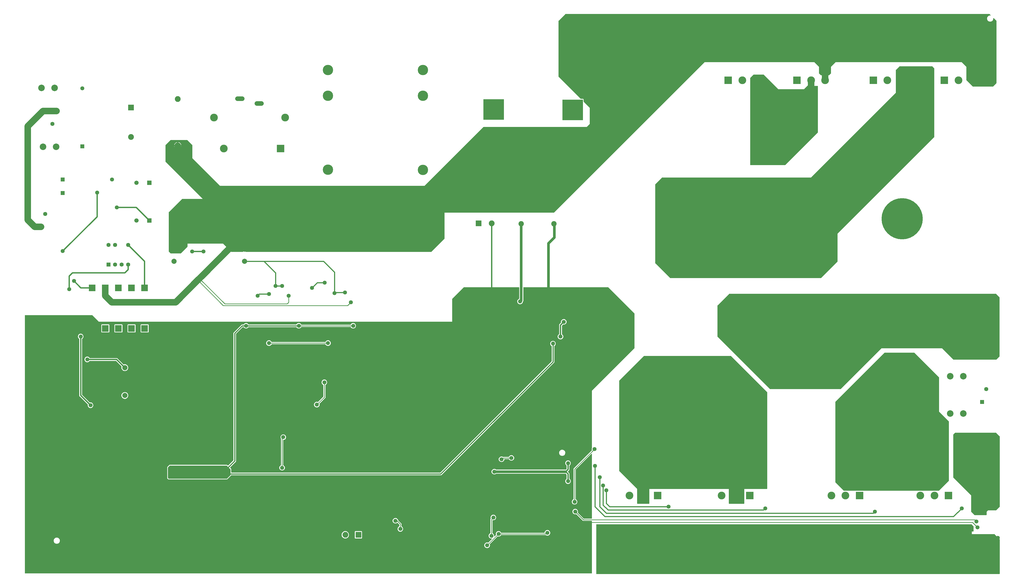
<source format=gbr>
G04 EAGLE Gerber RS-274X export*
G75*
%MOMM*%
%FSLAX34Y34*%
%LPD*%
%INBottom Copper*%
%IPPOS*%
%AMOC8*
5,1,8,0,0,1.08239X$1,22.5*%
G01*
%ADD10C,2.000000*%
%ADD11R,1.676400X1.676400*%
%ADD12C,1.676400*%
%ADD13R,1.550000X1.550000*%
%ADD14C,1.550000*%
%ADD15R,1.600000X1.600000*%
%ADD16C,1.600000*%
%ADD17R,3.000000X3.000000*%
%ADD18C,3.000000*%
%ADD19C,2.082800*%
%ADD20C,16.000000*%
%ADD21R,2.540000X2.540000*%
%ADD22C,1.800000*%
%ADD23C,2.540000*%
%ADD24C,2.200000*%
%ADD25C,2.250000*%
%ADD26C,4.016000*%
%ADD27R,2.250000X2.250000*%
%ADD28R,8.000000X8.000000*%
%ADD29C,2.540000*%
%ADD30C,0.508000*%
%ADD31C,0.254000*%
%ADD32C,1.016000*%
%ADD33C,0.406400*%

G36*
X2209864Y-87640D02*
X2209864Y-87640D01*
X2209928Y-87641D01*
X2210003Y-87620D01*
X2210079Y-87609D01*
X2210138Y-87583D01*
X2210200Y-87566D01*
X2210266Y-87525D01*
X2210336Y-87493D01*
X2210385Y-87451D01*
X2210440Y-87418D01*
X2210492Y-87360D01*
X2210550Y-87310D01*
X2210586Y-87256D01*
X2210629Y-87208D01*
X2210662Y-87139D01*
X2210705Y-87074D01*
X2210724Y-87012D01*
X2210752Y-86955D01*
X2210763Y-86885D01*
X2210787Y-86804D01*
X2210788Y-86719D01*
X2210799Y-86650D01*
X2210799Y115380D01*
X2210790Y115444D01*
X2210791Y115508D01*
X2210770Y115583D01*
X2210759Y115659D01*
X2210733Y115718D01*
X2210716Y115780D01*
X2210675Y115846D01*
X2210643Y115916D01*
X2210601Y115965D01*
X2210568Y116020D01*
X2210510Y116072D01*
X2210460Y116130D01*
X2210406Y116166D01*
X2210358Y116209D01*
X2210289Y116242D01*
X2210224Y116285D01*
X2210162Y116304D01*
X2210105Y116332D01*
X2210035Y116343D01*
X2209954Y116367D01*
X2209869Y116368D01*
X2209800Y116379D01*
X2176281Y116379D01*
X2150730Y141931D01*
X2150722Y141936D01*
X2150716Y141944D01*
X2150609Y142021D01*
X2150504Y142100D01*
X2150495Y142103D01*
X2150487Y142109D01*
X2150364Y142153D01*
X2150240Y142199D01*
X2150231Y142200D01*
X2150222Y142203D01*
X2150090Y142211D01*
X2149959Y142221D01*
X2149950Y142219D01*
X2149940Y142220D01*
X2149865Y142202D01*
X2149683Y142164D01*
X2149662Y142152D01*
X2149641Y142147D01*
X2148438Y141649D01*
X2144162Y141649D01*
X2140210Y143286D01*
X2137186Y146310D01*
X2135549Y150262D01*
X2135549Y154538D01*
X2137186Y158490D01*
X2140210Y161514D01*
X2144162Y163151D01*
X2148438Y163151D01*
X2152390Y161514D01*
X2155414Y158490D01*
X2157051Y154538D01*
X2157051Y150262D01*
X2156553Y149059D01*
X2156550Y149050D01*
X2156546Y149042D01*
X2156515Y148913D01*
X2156483Y148786D01*
X2156483Y148777D01*
X2156481Y148767D01*
X2156488Y148635D01*
X2156492Y148504D01*
X2156495Y148495D01*
X2156495Y148486D01*
X2156538Y148361D01*
X2156579Y148236D01*
X2156585Y148228D01*
X2156588Y148219D01*
X2156633Y148157D01*
X2156738Y148003D01*
X2156757Y147988D01*
X2156769Y147970D01*
X2179526Y125213D01*
X2179603Y125156D01*
X2179675Y125091D01*
X2179716Y125071D01*
X2179752Y125044D01*
X2179842Y125010D01*
X2179928Y124968D01*
X2179970Y124962D01*
X2180016Y124945D01*
X2180143Y124935D01*
X2180233Y124921D01*
X2209800Y124921D01*
X2209864Y124930D01*
X2209928Y124929D01*
X2210003Y124950D01*
X2210079Y124961D01*
X2210138Y124987D01*
X2210200Y125004D01*
X2210266Y125045D01*
X2210336Y125077D01*
X2210385Y125119D01*
X2210440Y125152D01*
X2210492Y125210D01*
X2210550Y125260D01*
X2210586Y125314D01*
X2210629Y125362D01*
X2210662Y125431D01*
X2210705Y125496D01*
X2210724Y125558D01*
X2210752Y125615D01*
X2210763Y125685D01*
X2210787Y125766D01*
X2210788Y125851D01*
X2210799Y125920D01*
X2210799Y376087D01*
X2210795Y376119D01*
X2210797Y376151D01*
X2210775Y376258D01*
X2210759Y376366D01*
X2210746Y376396D01*
X2210740Y376427D01*
X2210688Y376524D01*
X2210643Y376623D01*
X2210622Y376648D01*
X2210607Y376676D01*
X2210531Y376755D01*
X2210460Y376838D01*
X2210433Y376855D01*
X2210410Y376878D01*
X2210315Y376932D01*
X2210224Y376992D01*
X2210193Y377001D01*
X2210165Y377017D01*
X2210058Y377043D01*
X2209954Y377074D01*
X2209922Y377075D01*
X2209891Y377082D01*
X2209781Y377077D01*
X2209672Y377078D01*
X2209641Y377070D01*
X2209609Y377068D01*
X2209506Y377032D01*
X2209400Y377003D01*
X2209373Y376986D01*
X2209342Y376975D01*
X2209269Y376922D01*
X2209160Y376855D01*
X2209128Y376819D01*
X2209093Y376794D01*
X2148323Y316024D01*
X2148266Y315947D01*
X2148201Y315875D01*
X2148181Y315834D01*
X2148154Y315798D01*
X2148120Y315708D01*
X2148078Y315622D01*
X2148072Y315580D01*
X2148055Y315534D01*
X2148045Y315407D01*
X2148031Y315317D01*
X2148031Y201035D01*
X2148032Y201026D01*
X2148031Y201016D01*
X2148052Y200886D01*
X2148071Y200756D01*
X2148074Y200747D01*
X2148076Y200738D01*
X2148133Y200619D01*
X2148187Y200499D01*
X2148193Y200492D01*
X2148197Y200483D01*
X2148285Y200385D01*
X2148370Y200285D01*
X2148378Y200280D01*
X2148384Y200273D01*
X2148450Y200233D01*
X2148606Y200130D01*
X2148629Y200123D01*
X2148648Y200112D01*
X2149850Y199614D01*
X2152874Y196590D01*
X2154511Y192638D01*
X2154511Y188362D01*
X2152874Y184410D01*
X2149850Y181386D01*
X2145898Y179749D01*
X2141622Y179749D01*
X2137670Y181386D01*
X2134646Y184410D01*
X2133009Y188362D01*
X2133009Y192638D01*
X2134646Y196590D01*
X2137670Y199614D01*
X2138872Y200112D01*
X2138881Y200117D01*
X2138890Y200119D01*
X2139002Y200189D01*
X2139115Y200256D01*
X2139122Y200263D01*
X2139130Y200268D01*
X2139218Y200366D01*
X2139308Y200461D01*
X2139312Y200470D01*
X2139319Y200477D01*
X2139376Y200595D01*
X2139436Y200713D01*
X2139438Y200722D01*
X2139442Y200731D01*
X2139454Y200806D01*
X2139488Y200990D01*
X2139486Y201014D01*
X2139489Y201035D01*
X2139489Y319269D01*
X2142284Y322063D01*
X2210507Y390286D01*
X2210525Y390311D01*
X2210549Y390332D01*
X2210584Y390385D01*
X2210629Y390435D01*
X2210649Y390475D01*
X2210676Y390512D01*
X2210688Y390544D01*
X2210704Y390568D01*
X2210721Y390625D01*
X2210752Y390688D01*
X2210758Y390730D01*
X2210775Y390776D01*
X2210778Y390812D01*
X2210786Y390837D01*
X2210787Y390914D01*
X2210799Y390993D01*
X2210799Y391860D01*
X2210793Y391902D01*
X2210796Y391943D01*
X2210775Y392027D01*
X2210759Y392140D01*
X2210735Y392193D01*
X2210723Y392243D01*
X2210479Y392832D01*
X2210479Y397108D01*
X2210723Y397697D01*
X2210734Y397738D01*
X2210752Y397775D01*
X2210765Y397860D01*
X2210793Y397970D01*
X2210791Y398029D01*
X2210799Y398080D01*
X2210799Y621886D01*
X2375607Y786693D01*
X2375664Y786770D01*
X2375729Y786842D01*
X2375749Y786883D01*
X2375776Y786919D01*
X2375810Y787009D01*
X2375852Y787095D01*
X2375858Y787137D01*
X2375875Y787183D01*
X2375885Y787311D01*
X2375899Y787400D01*
X2375899Y920750D01*
X2375886Y920845D01*
X2375881Y920941D01*
X2375866Y920984D01*
X2375859Y921029D01*
X2375820Y921117D01*
X2375788Y921208D01*
X2375763Y921242D01*
X2375743Y921286D01*
X2375660Y921384D01*
X2375607Y921457D01*
X2274007Y1023057D01*
X2273930Y1023114D01*
X2273858Y1023179D01*
X2273817Y1023199D01*
X2273781Y1023226D01*
X2273691Y1023260D01*
X2273605Y1023302D01*
X2273563Y1023308D01*
X2273517Y1023325D01*
X2273390Y1023335D01*
X2273300Y1023349D01*
X1945830Y1023349D01*
X1945766Y1023340D01*
X1945702Y1023341D01*
X1945627Y1023320D01*
X1945551Y1023309D01*
X1945492Y1023283D01*
X1945430Y1023266D01*
X1945364Y1023225D01*
X1945294Y1023193D01*
X1945245Y1023151D01*
X1945190Y1023118D01*
X1945138Y1023060D01*
X1945080Y1023010D01*
X1945044Y1022956D01*
X1945001Y1022908D01*
X1944968Y1022839D01*
X1944925Y1022774D01*
X1944906Y1022712D01*
X1944878Y1022655D01*
X1944867Y1022585D01*
X1944843Y1022504D01*
X1944842Y1022419D01*
X1944831Y1022350D01*
X1944831Y970123D01*
X1943601Y967153D01*
X1943252Y966804D01*
X1943227Y966770D01*
X1943195Y966743D01*
X1943151Y966669D01*
X1943082Y966578D01*
X1943062Y966523D01*
X1943035Y966480D01*
X1941339Y962385D01*
X1938315Y959361D01*
X1934363Y957724D01*
X1930087Y957724D01*
X1926135Y959361D01*
X1923111Y962385D01*
X1921474Y966337D01*
X1921474Y970613D01*
X1923111Y974565D01*
X1926135Y977589D01*
X1928052Y978383D01*
X1928061Y978388D01*
X1928070Y978391D01*
X1928182Y978460D01*
X1928295Y978527D01*
X1928302Y978534D01*
X1928310Y978539D01*
X1928398Y978637D01*
X1928488Y978733D01*
X1928492Y978741D01*
X1928499Y978748D01*
X1928556Y978866D01*
X1928616Y978984D01*
X1928618Y978993D01*
X1928622Y979002D01*
X1928634Y979078D01*
X1928668Y979261D01*
X1928666Y979285D01*
X1928669Y979306D01*
X1928669Y1022350D01*
X1928660Y1022414D01*
X1928661Y1022478D01*
X1928640Y1022553D01*
X1928629Y1022629D01*
X1928603Y1022688D01*
X1928586Y1022750D01*
X1928545Y1022816D01*
X1928513Y1022886D01*
X1928471Y1022935D01*
X1928438Y1022990D01*
X1928380Y1023042D01*
X1928330Y1023100D01*
X1928276Y1023136D01*
X1928228Y1023179D01*
X1928159Y1023212D01*
X1928094Y1023255D01*
X1928032Y1023274D01*
X1927975Y1023302D01*
X1927905Y1023313D01*
X1927824Y1023337D01*
X1927739Y1023338D01*
X1927670Y1023349D01*
X1714500Y1023349D01*
X1714405Y1023336D01*
X1714309Y1023331D01*
X1714266Y1023316D01*
X1714221Y1023309D01*
X1714133Y1023270D01*
X1714042Y1023238D01*
X1714008Y1023213D01*
X1713964Y1023193D01*
X1713867Y1023110D01*
X1713793Y1023057D01*
X1669343Y978607D01*
X1669286Y978530D01*
X1669221Y978458D01*
X1669201Y978417D01*
X1669174Y978381D01*
X1669140Y978291D01*
X1669098Y978205D01*
X1669092Y978163D01*
X1669075Y978117D01*
X1669065Y977990D01*
X1669051Y977900D01*
X1669051Y889999D01*
X298864Y889999D01*
X273757Y915107D01*
X273680Y915164D01*
X273608Y915229D01*
X273567Y915249D01*
X273531Y915276D01*
X273441Y915310D01*
X273355Y915352D01*
X273313Y915358D01*
X273267Y915375D01*
X273140Y915385D01*
X273050Y915399D01*
X12700Y915399D01*
X12636Y915390D01*
X12572Y915391D01*
X12497Y915370D01*
X12421Y915359D01*
X12362Y915333D01*
X12300Y915316D01*
X12234Y915275D01*
X12164Y915243D01*
X12115Y915201D01*
X12060Y915168D01*
X12008Y915110D01*
X11950Y915060D01*
X11914Y915006D01*
X11871Y914958D01*
X11838Y914889D01*
X11795Y914824D01*
X11776Y914762D01*
X11748Y914705D01*
X11737Y914635D01*
X11713Y914554D01*
X11712Y914469D01*
X11701Y914400D01*
X11701Y-86650D01*
X11710Y-86714D01*
X11709Y-86778D01*
X11730Y-86853D01*
X11741Y-86929D01*
X11767Y-86988D01*
X11784Y-87050D01*
X11825Y-87116D01*
X11857Y-87186D01*
X11899Y-87235D01*
X11932Y-87290D01*
X11990Y-87342D01*
X12040Y-87400D01*
X12094Y-87436D01*
X12142Y-87479D01*
X12211Y-87512D01*
X12276Y-87555D01*
X12338Y-87574D01*
X12395Y-87602D01*
X12465Y-87613D01*
X12546Y-87637D01*
X12631Y-87638D01*
X12700Y-87649D01*
X2209800Y-87649D01*
X2209864Y-87640D01*
G37*
G36*
X616048Y1154443D02*
X616048Y1154443D01*
X616147Y1154446D01*
X616205Y1154463D01*
X616266Y1154471D01*
X616358Y1154507D01*
X616453Y1154535D01*
X616505Y1154565D01*
X616561Y1154588D01*
X616641Y1154646D01*
X616727Y1154696D01*
X616802Y1154762D01*
X616819Y1154774D01*
X616826Y1154784D01*
X616848Y1154803D01*
X642248Y1180203D01*
X642308Y1180281D01*
X642376Y1180353D01*
X642401Y1180398D01*
X642406Y1180404D01*
X642410Y1180412D01*
X642442Y1180454D01*
X642482Y1180545D01*
X642530Y1180631D01*
X642545Y1180690D01*
X642569Y1180746D01*
X642584Y1180844D01*
X642609Y1180939D01*
X642615Y1181039D01*
X642619Y1181060D01*
X642617Y1181072D01*
X642619Y1181100D01*
X642619Y1192531D01*
X780524Y1192531D01*
X811903Y1161153D01*
X811981Y1161092D01*
X812053Y1161024D01*
X812106Y1160995D01*
X812154Y1160958D01*
X812245Y1160918D01*
X812331Y1160870D01*
X812390Y1160855D01*
X812446Y1160831D01*
X812544Y1160816D01*
X812639Y1160791D01*
X812739Y1160785D01*
X812760Y1160781D01*
X812772Y1160783D01*
X812800Y1160781D01*
X857321Y1160781D01*
X857341Y1160783D01*
X857361Y1160781D01*
X857498Y1160803D01*
X857637Y1160821D01*
X857655Y1160828D01*
X857675Y1160831D01*
X857803Y1160886D01*
X857932Y1160938D01*
X857948Y1160949D01*
X857967Y1160957D01*
X858077Y1161043D01*
X858190Y1161124D01*
X858202Y1161140D01*
X858218Y1161152D01*
X858303Y1161262D01*
X858392Y1161369D01*
X858401Y1161388D01*
X858413Y1161403D01*
X858469Y1161531D01*
X858528Y1161657D01*
X858532Y1161677D01*
X858540Y1161695D01*
X858562Y1161833D01*
X858588Y1161970D01*
X858586Y1161989D01*
X858590Y1162009D01*
X858577Y1162148D01*
X858568Y1162287D01*
X858562Y1162306D01*
X858560Y1162326D01*
X858513Y1162457D01*
X858470Y1162589D01*
X858459Y1162606D01*
X858453Y1162625D01*
X858374Y1162740D01*
X858300Y1162858D01*
X858285Y1162872D01*
X858274Y1162888D01*
X858170Y1162980D01*
X858068Y1163076D01*
X858051Y1163086D01*
X858036Y1163099D01*
X857897Y1163181D01*
X857027Y1163624D01*
X855430Y1164784D01*
X854034Y1166180D01*
X852874Y1167777D01*
X851978Y1169536D01*
X851368Y1171413D01*
X851299Y1171851D01*
X862370Y1171851D01*
X862488Y1171866D01*
X862607Y1171873D01*
X862645Y1171885D01*
X862685Y1171891D01*
X862796Y1171934D01*
X862909Y1171971D01*
X862943Y1171993D01*
X862981Y1172008D01*
X863077Y1172077D01*
X863178Y1172141D01*
X863206Y1172171D01*
X863238Y1172194D01*
X863314Y1172286D01*
X863396Y1172373D01*
X863415Y1172408D01*
X863441Y1172439D01*
X863492Y1172547D01*
X863549Y1172651D01*
X863559Y1172691D01*
X863577Y1172727D01*
X863597Y1172834D01*
X863601Y1172804D01*
X863645Y1172694D01*
X863681Y1172581D01*
X863703Y1172546D01*
X863718Y1172509D01*
X863788Y1172412D01*
X863851Y1172312D01*
X863881Y1172284D01*
X863905Y1172251D01*
X863996Y1172175D01*
X864083Y1172094D01*
X864118Y1172074D01*
X864150Y1172049D01*
X864257Y1171998D01*
X864362Y1171940D01*
X864401Y1171930D01*
X864437Y1171913D01*
X864554Y1171891D01*
X864670Y1171861D01*
X864730Y1171857D01*
X864750Y1171853D01*
X864770Y1171855D01*
X864830Y1171851D01*
X875901Y1171851D01*
X875832Y1171413D01*
X875222Y1169536D01*
X874326Y1167777D01*
X873166Y1166180D01*
X871770Y1164784D01*
X870173Y1163624D01*
X869303Y1163181D01*
X869286Y1163170D01*
X869268Y1163162D01*
X869155Y1163081D01*
X869040Y1163002D01*
X869027Y1162987D01*
X869010Y1162976D01*
X868921Y1162868D01*
X868829Y1162764D01*
X868820Y1162746D01*
X868808Y1162731D01*
X868748Y1162605D01*
X868685Y1162480D01*
X868681Y1162461D01*
X868672Y1162443D01*
X868646Y1162306D01*
X868615Y1162170D01*
X868616Y1162150D01*
X868612Y1162131D01*
X868621Y1161992D01*
X868625Y1161852D01*
X868631Y1161833D01*
X868632Y1161813D01*
X868675Y1161681D01*
X868714Y1161547D01*
X868724Y1161530D01*
X868730Y1161511D01*
X868805Y1161393D01*
X868875Y1161273D01*
X868890Y1161259D01*
X868900Y1161242D01*
X869002Y1161146D01*
X869100Y1161048D01*
X869117Y1161038D01*
X869132Y1161024D01*
X869254Y1160957D01*
X869374Y1160886D01*
X869393Y1160880D01*
X869410Y1160870D01*
X869545Y1160836D01*
X869679Y1160797D01*
X869699Y1160796D01*
X869718Y1160791D01*
X869879Y1160781D01*
X1587500Y1160781D01*
X1587598Y1160793D01*
X1587697Y1160796D01*
X1587755Y1160813D01*
X1587816Y1160821D01*
X1587908Y1160857D01*
X1588003Y1160885D01*
X1588055Y1160915D01*
X1588111Y1160938D01*
X1588191Y1160996D01*
X1588277Y1161046D01*
X1588352Y1161112D01*
X1588369Y1161124D01*
X1588376Y1161134D01*
X1588398Y1161153D01*
X1639198Y1211953D01*
X1639258Y1212031D01*
X1639326Y1212103D01*
X1639355Y1212156D01*
X1639392Y1212204D01*
X1639432Y1212295D01*
X1639480Y1212381D01*
X1639495Y1212440D01*
X1639519Y1212496D01*
X1639534Y1212594D01*
X1639559Y1212689D01*
X1639565Y1212789D01*
X1639569Y1212810D01*
X1639567Y1212822D01*
X1639569Y1212850D01*
X1639569Y1313181D01*
X2063750Y1313181D01*
X2063848Y1313193D01*
X2063947Y1313196D01*
X2064005Y1313213D01*
X2064066Y1313221D01*
X2064158Y1313257D01*
X2064253Y1313285D01*
X2064305Y1313315D01*
X2064361Y1313338D01*
X2064441Y1313396D01*
X2064527Y1313446D01*
X2064602Y1313512D01*
X2064619Y1313524D01*
X2064626Y1313534D01*
X2064648Y1313553D01*
X2648476Y1897381D01*
X3072874Y1897381D01*
X3091181Y1879074D01*
X3091181Y1854200D01*
X3091193Y1854102D01*
X3091196Y1854003D01*
X3091213Y1853945D01*
X3091221Y1853884D01*
X3091257Y1853792D01*
X3091285Y1853697D01*
X3091315Y1853645D01*
X3091338Y1853589D01*
X3091396Y1853509D01*
X3091446Y1853423D01*
X3091512Y1853348D01*
X3091524Y1853331D01*
X3091534Y1853324D01*
X3091553Y1853303D01*
X3097903Y1846953D01*
X3097981Y1846892D01*
X3098053Y1846824D01*
X3098106Y1846795D01*
X3098154Y1846758D01*
X3098245Y1846718D01*
X3098331Y1846670D01*
X3098390Y1846655D01*
X3098446Y1846631D01*
X3098544Y1846616D01*
X3098639Y1846591D01*
X3098739Y1846585D01*
X3098760Y1846581D01*
X3098772Y1846583D01*
X3098800Y1846581D01*
X3130550Y1846581D01*
X3130648Y1846593D01*
X3130747Y1846596D01*
X3130805Y1846613D01*
X3130866Y1846621D01*
X3130958Y1846657D01*
X3131053Y1846685D01*
X3131105Y1846715D01*
X3131161Y1846738D01*
X3131241Y1846796D01*
X3131327Y1846846D01*
X3131402Y1846912D01*
X3131419Y1846924D01*
X3131426Y1846934D01*
X3131448Y1846953D01*
X3137798Y1853303D01*
X3137858Y1853381D01*
X3137926Y1853453D01*
X3137955Y1853506D01*
X3137992Y1853554D01*
X3138032Y1853645D01*
X3138080Y1853731D01*
X3138095Y1853790D01*
X3138119Y1853846D01*
X3138134Y1853944D01*
X3138159Y1854039D01*
X3138165Y1854139D01*
X3138169Y1854160D01*
X3138167Y1854172D01*
X3138169Y1854200D01*
X3138169Y1879074D01*
X3156476Y1897381D01*
X3644374Y1897381D01*
X3662681Y1879074D01*
X3662681Y1828800D01*
X3662693Y1828702D01*
X3662696Y1828603D01*
X3662713Y1828545D01*
X3662721Y1828484D01*
X3662757Y1828392D01*
X3662785Y1828297D01*
X3662815Y1828245D01*
X3662838Y1828189D01*
X3662896Y1828109D01*
X3662946Y1828023D01*
X3663012Y1827948D01*
X3663024Y1827931D01*
X3663034Y1827924D01*
X3663053Y1827903D01*
X3688453Y1802503D01*
X3688531Y1802442D01*
X3688603Y1802374D01*
X3688656Y1802345D01*
X3688704Y1802308D01*
X3688795Y1802268D01*
X3688881Y1802220D01*
X3688940Y1802205D01*
X3688996Y1802181D01*
X3689094Y1802166D01*
X3689189Y1802141D01*
X3689289Y1802135D01*
X3689310Y1802131D01*
X3689322Y1802133D01*
X3689350Y1802131D01*
X3765550Y1802131D01*
X3765648Y1802143D01*
X3765747Y1802146D01*
X3765805Y1802163D01*
X3765866Y1802171D01*
X3765958Y1802207D01*
X3766053Y1802235D01*
X3766105Y1802265D01*
X3766161Y1802288D01*
X3766241Y1802346D01*
X3766327Y1802396D01*
X3766402Y1802462D01*
X3766419Y1802474D01*
X3766426Y1802484D01*
X3766448Y1802503D01*
X3779148Y1815203D01*
X3779208Y1815281D01*
X3779276Y1815353D01*
X3779305Y1815406D01*
X3779342Y1815454D01*
X3779382Y1815545D01*
X3779430Y1815631D01*
X3779445Y1815690D01*
X3779469Y1815746D01*
X3779484Y1815844D01*
X3779509Y1815939D01*
X3779515Y1816039D01*
X3779519Y1816060D01*
X3779517Y1816072D01*
X3779519Y1816100D01*
X3779519Y2057400D01*
X3779507Y2057498D01*
X3779504Y2057597D01*
X3779487Y2057655D01*
X3779479Y2057716D01*
X3779443Y2057808D01*
X3779415Y2057903D01*
X3779385Y2057955D01*
X3779362Y2058011D01*
X3779304Y2058091D01*
X3779254Y2058177D01*
X3779188Y2058252D01*
X3779176Y2058269D01*
X3779166Y2058276D01*
X3779148Y2058298D01*
X3769467Y2067978D01*
X3769358Y2068063D01*
X3769251Y2068151D01*
X3769232Y2068160D01*
X3769216Y2068172D01*
X3769088Y2068228D01*
X3768963Y2068287D01*
X3768943Y2068291D01*
X3768924Y2068299D01*
X3768786Y2068321D01*
X3768650Y2068347D01*
X3768630Y2068345D01*
X3768610Y2068349D01*
X3768471Y2068336D01*
X3768333Y2068327D01*
X3768314Y2068321D01*
X3768294Y2068319D01*
X3768162Y2068272D01*
X3768031Y2068229D01*
X3768013Y2068218D01*
X3767994Y2068211D01*
X3767879Y2068133D01*
X3767762Y2068059D01*
X3767748Y2068044D01*
X3767731Y2068033D01*
X3767639Y2067928D01*
X3767544Y2067827D01*
X3767534Y2067809D01*
X3767521Y2067794D01*
X3767458Y2067670D01*
X3767390Y2067549D01*
X3767385Y2067529D01*
X3767376Y2067511D01*
X3767346Y2067375D01*
X3767311Y2067241D01*
X3767309Y2067213D01*
X3767306Y2067201D01*
X3767307Y2067180D01*
X3767301Y2067080D01*
X3767301Y2063921D01*
X3765487Y2059543D01*
X3762137Y2056193D01*
X3757759Y2054379D01*
X3753021Y2054379D01*
X3748643Y2056193D01*
X3745293Y2059543D01*
X3743479Y2063921D01*
X3743479Y2068659D01*
X3745293Y2073037D01*
X3748643Y2076387D01*
X3753021Y2078201D01*
X3756180Y2078201D01*
X3756318Y2078218D01*
X3756456Y2078231D01*
X3756475Y2078238D01*
X3756496Y2078241D01*
X3756625Y2078292D01*
X3756756Y2078339D01*
X3756772Y2078350D01*
X3756791Y2078358D01*
X3756904Y2078439D01*
X3757019Y2078517D01*
X3757032Y2078533D01*
X3757049Y2078544D01*
X3757137Y2078651D01*
X3757229Y2078756D01*
X3757238Y2078774D01*
X3757251Y2078789D01*
X3757310Y2078915D01*
X3757374Y2079039D01*
X3757378Y2079059D01*
X3757387Y2079077D01*
X3757413Y2079213D01*
X3757444Y2079349D01*
X3757443Y2079370D01*
X3757447Y2079389D01*
X3757438Y2079528D01*
X3757434Y2079667D01*
X3757428Y2079687D01*
X3757427Y2079707D01*
X3757384Y2079839D01*
X3757345Y2079973D01*
X3757335Y2079990D01*
X3757329Y2080009D01*
X3757255Y2080127D01*
X3757184Y2080247D01*
X3757165Y2080268D01*
X3757159Y2080278D01*
X3757144Y2080292D01*
X3757078Y2080367D01*
X3753748Y2083698D01*
X3753669Y2083758D01*
X3753597Y2083826D01*
X3753544Y2083855D01*
X3753496Y2083892D01*
X3753405Y2083932D01*
X3753319Y2083980D01*
X3753260Y2083995D01*
X3753204Y2084019D01*
X3753106Y2084034D01*
X3753011Y2084059D01*
X3752911Y2084065D01*
X3752890Y2084069D01*
X3752878Y2084067D01*
X3752850Y2084069D01*
X2108200Y2084069D01*
X2108102Y2084057D01*
X2108003Y2084054D01*
X2107945Y2084037D01*
X2107884Y2084029D01*
X2107792Y2083993D01*
X2107697Y2083965D01*
X2107645Y2083935D01*
X2107589Y2083912D01*
X2107509Y2083854D01*
X2107423Y2083804D01*
X2107348Y2083738D01*
X2107331Y2083726D01*
X2107324Y2083716D01*
X2107303Y2083698D01*
X2081903Y2058298D01*
X2081842Y2058219D01*
X2081774Y2058147D01*
X2081745Y2058094D01*
X2081708Y2058046D01*
X2081668Y2057955D01*
X2081620Y2057869D01*
X2081605Y2057810D01*
X2081581Y2057754D01*
X2081566Y2057656D01*
X2081541Y2057561D01*
X2081535Y2057461D01*
X2081531Y2057440D01*
X2081533Y2057428D01*
X2081531Y2057400D01*
X2081531Y1841500D01*
X2081543Y1841402D01*
X2081546Y1841303D01*
X2081563Y1841245D01*
X2081571Y1841184D01*
X2081607Y1841092D01*
X2081635Y1840997D01*
X2081665Y1840945D01*
X2081688Y1840889D01*
X2081746Y1840809D01*
X2081796Y1840723D01*
X2081862Y1840648D01*
X2081874Y1840631D01*
X2081884Y1840624D01*
X2081903Y1840603D01*
X2167173Y1755332D01*
X2167251Y1755272D01*
X2167323Y1755204D01*
X2167376Y1755175D01*
X2167424Y1755138D01*
X2167515Y1755098D01*
X2167601Y1755050D01*
X2167660Y1755035D01*
X2167716Y1755011D01*
X2167814Y1754996D01*
X2167909Y1754971D01*
X2168009Y1754965D01*
X2168030Y1754961D01*
X2168042Y1754963D01*
X2168070Y1754961D01*
X2177383Y1754961D01*
X2179141Y1753203D01*
X2179141Y1743890D01*
X2179153Y1743792D01*
X2179156Y1743693D01*
X2179173Y1743635D01*
X2179181Y1743574D01*
X2179217Y1743482D01*
X2179245Y1743387D01*
X2179275Y1743335D01*
X2179298Y1743279D01*
X2179356Y1743199D01*
X2179406Y1743113D01*
X2179472Y1743038D01*
X2179484Y1743021D01*
X2179494Y1743014D01*
X2179512Y1742993D01*
X2202181Y1720324D01*
X2202181Y1657876D01*
X2190224Y1645919D01*
X1790700Y1645919D01*
X1790602Y1645907D01*
X1790503Y1645904D01*
X1790445Y1645887D01*
X1790384Y1645879D01*
X1790292Y1645843D01*
X1790197Y1645815D01*
X1790145Y1645785D01*
X1790089Y1645762D01*
X1790009Y1645704D01*
X1789923Y1645654D01*
X1789848Y1645588D01*
X1789831Y1645576D01*
X1789824Y1645566D01*
X1789803Y1645548D01*
X1561574Y1417319D01*
X768876Y1417319D01*
X661669Y1524526D01*
X661669Y1574800D01*
X661657Y1574898D01*
X661654Y1574997D01*
X661637Y1575055D01*
X661629Y1575116D01*
X661593Y1575208D01*
X661565Y1575303D01*
X661535Y1575355D01*
X661512Y1575411D01*
X661454Y1575491D01*
X661404Y1575577D01*
X661338Y1575652D01*
X661326Y1575669D01*
X661316Y1575676D01*
X661298Y1575698D01*
X642248Y1594748D01*
X642169Y1594808D01*
X642097Y1594876D01*
X642044Y1594905D01*
X641996Y1594942D01*
X641905Y1594982D01*
X641819Y1595030D01*
X641760Y1595045D01*
X641704Y1595069D01*
X641606Y1595084D01*
X641511Y1595109D01*
X641411Y1595115D01*
X641390Y1595119D01*
X641378Y1595117D01*
X641350Y1595119D01*
X577850Y1595119D01*
X577752Y1595107D01*
X577653Y1595104D01*
X577595Y1595087D01*
X577534Y1595079D01*
X577442Y1595043D01*
X577347Y1595015D01*
X577295Y1594985D01*
X577239Y1594962D01*
X577159Y1594904D01*
X577073Y1594854D01*
X576998Y1594788D01*
X576981Y1594776D01*
X576974Y1594766D01*
X576953Y1594748D01*
X557903Y1575698D01*
X557842Y1575619D01*
X557774Y1575547D01*
X557745Y1575494D01*
X557708Y1575446D01*
X557668Y1575355D01*
X557620Y1575269D01*
X557605Y1575210D01*
X557581Y1575154D01*
X557566Y1575056D01*
X557541Y1574961D01*
X557535Y1574861D01*
X557531Y1574840D01*
X557533Y1574828D01*
X557531Y1574800D01*
X557531Y1511300D01*
X557543Y1511202D01*
X557546Y1511103D01*
X557563Y1511045D01*
X557571Y1510984D01*
X557607Y1510892D01*
X557635Y1510797D01*
X557665Y1510745D01*
X557688Y1510689D01*
X557746Y1510609D01*
X557796Y1510523D01*
X557862Y1510448D01*
X557874Y1510431D01*
X557884Y1510424D01*
X557903Y1510403D01*
X701786Y1366519D01*
X622300Y1366519D01*
X622202Y1366507D01*
X622103Y1366504D01*
X622045Y1366487D01*
X621984Y1366479D01*
X621892Y1366443D01*
X621797Y1366415D01*
X621745Y1366385D01*
X621689Y1366362D01*
X621609Y1366304D01*
X621523Y1366254D01*
X621448Y1366188D01*
X621431Y1366176D01*
X621424Y1366166D01*
X621403Y1366148D01*
X570603Y1315348D01*
X570542Y1315269D01*
X570474Y1315197D01*
X570445Y1315144D01*
X570408Y1315096D01*
X570368Y1315005D01*
X570320Y1314919D01*
X570305Y1314860D01*
X570281Y1314804D01*
X570266Y1314706D01*
X570241Y1314611D01*
X570235Y1314511D01*
X570231Y1314490D01*
X570233Y1314478D01*
X570231Y1314450D01*
X570231Y1162050D01*
X570243Y1161952D01*
X570246Y1161853D01*
X570256Y1161818D01*
X570257Y1161809D01*
X570264Y1161787D01*
X570271Y1161734D01*
X570307Y1161642D01*
X570335Y1161547D01*
X570350Y1161520D01*
X570355Y1161507D01*
X570370Y1161482D01*
X570388Y1161439D01*
X570446Y1161359D01*
X570496Y1161273D01*
X570520Y1161247D01*
X570525Y1161238D01*
X570537Y1161227D01*
X570562Y1161198D01*
X570574Y1161181D01*
X570584Y1161174D01*
X570603Y1161153D01*
X576953Y1154803D01*
X577031Y1154742D01*
X577103Y1154674D01*
X577156Y1154645D01*
X577204Y1154608D01*
X577295Y1154568D01*
X577381Y1154520D01*
X577440Y1154505D01*
X577496Y1154481D01*
X577594Y1154466D01*
X577689Y1154441D01*
X577789Y1154435D01*
X577810Y1154431D01*
X577822Y1154433D01*
X577850Y1154431D01*
X615950Y1154431D01*
X616048Y1154443D01*
G37*
G36*
X3098898Y1059193D02*
X3098898Y1059193D01*
X3098997Y1059196D01*
X3099055Y1059213D01*
X3099116Y1059221D01*
X3099208Y1059257D01*
X3099303Y1059285D01*
X3099355Y1059315D01*
X3099411Y1059338D01*
X3099491Y1059396D01*
X3099577Y1059446D01*
X3099652Y1059512D01*
X3099669Y1059524D01*
X3099676Y1059534D01*
X3099698Y1059553D01*
X3163198Y1123053D01*
X3163258Y1123131D01*
X3163326Y1123203D01*
X3163355Y1123256D01*
X3163392Y1123304D01*
X3163432Y1123395D01*
X3163480Y1123481D01*
X3163495Y1123540D01*
X3163519Y1123596D01*
X3163534Y1123694D01*
X3163559Y1123789D01*
X3163565Y1123889D01*
X3163569Y1123910D01*
X3163567Y1123922D01*
X3163569Y1123950D01*
X3163569Y1231374D01*
X3537848Y1605653D01*
X3537908Y1605731D01*
X3537976Y1605803D01*
X3538005Y1605856D01*
X3538042Y1605904D01*
X3538082Y1605995D01*
X3538130Y1606081D01*
X3538145Y1606140D01*
X3538169Y1606196D01*
X3538184Y1606294D01*
X3538209Y1606389D01*
X3538215Y1606489D01*
X3538219Y1606510D01*
X3538217Y1606522D01*
X3538219Y1606550D01*
X3538219Y1873250D01*
X3538207Y1873348D01*
X3538204Y1873447D01*
X3538187Y1873505D01*
X3538179Y1873566D01*
X3538143Y1873658D01*
X3538115Y1873753D01*
X3538085Y1873805D01*
X3538062Y1873861D01*
X3538004Y1873941D01*
X3537954Y1874027D01*
X3537888Y1874102D01*
X3537876Y1874119D01*
X3537866Y1874126D01*
X3537848Y1874148D01*
X3531498Y1880498D01*
X3531419Y1880558D01*
X3531347Y1880626D01*
X3531294Y1880655D01*
X3531246Y1880692D01*
X3531155Y1880732D01*
X3531069Y1880780D01*
X3531010Y1880795D01*
X3530954Y1880819D01*
X3530856Y1880834D01*
X3530761Y1880859D01*
X3530661Y1880865D01*
X3530640Y1880869D01*
X3530628Y1880867D01*
X3530600Y1880869D01*
X3403600Y1880869D01*
X3403502Y1880857D01*
X3403403Y1880854D01*
X3403345Y1880837D01*
X3403284Y1880829D01*
X3403192Y1880793D01*
X3403097Y1880765D01*
X3403045Y1880735D01*
X3402989Y1880712D01*
X3402909Y1880654D01*
X3402823Y1880604D01*
X3402748Y1880538D01*
X3402731Y1880526D01*
X3402724Y1880516D01*
X3402703Y1880498D01*
X3390003Y1867798D01*
X3389942Y1867719D01*
X3389874Y1867647D01*
X3389845Y1867594D01*
X3389808Y1867546D01*
X3389768Y1867455D01*
X3389720Y1867369D01*
X3389705Y1867310D01*
X3389681Y1867254D01*
X3389666Y1867156D01*
X3389641Y1867061D01*
X3389635Y1866961D01*
X3389631Y1866940D01*
X3389633Y1866928D01*
X3389631Y1866900D01*
X3389631Y1778526D01*
X3060174Y1449069D01*
X2482850Y1449069D01*
X2482752Y1449057D01*
X2482653Y1449054D01*
X2482595Y1449037D01*
X2482534Y1449029D01*
X2482442Y1448993D01*
X2482347Y1448965D01*
X2482295Y1448935D01*
X2482239Y1448912D01*
X2482159Y1448854D01*
X2482073Y1448804D01*
X2481998Y1448738D01*
X2481981Y1448726D01*
X2481974Y1448716D01*
X2481953Y1448698D01*
X2456553Y1423298D01*
X2456492Y1423219D01*
X2456424Y1423147D01*
X2456395Y1423094D01*
X2456358Y1423046D01*
X2456318Y1422955D01*
X2456270Y1422869D01*
X2456255Y1422810D01*
X2456231Y1422754D01*
X2456216Y1422656D01*
X2456191Y1422561D01*
X2456185Y1422461D01*
X2456181Y1422440D01*
X2456183Y1422428D01*
X2456181Y1422400D01*
X2456181Y1117600D01*
X2456193Y1117502D01*
X2456196Y1117403D01*
X2456213Y1117345D01*
X2456221Y1117284D01*
X2456257Y1117192D01*
X2456285Y1117097D01*
X2456315Y1117045D01*
X2456338Y1116989D01*
X2456396Y1116909D01*
X2456446Y1116823D01*
X2456512Y1116748D01*
X2456524Y1116731D01*
X2456534Y1116724D01*
X2456553Y1116703D01*
X2513703Y1059553D01*
X2513781Y1059492D01*
X2513853Y1059424D01*
X2513906Y1059395D01*
X2513954Y1059358D01*
X2514045Y1059318D01*
X2514131Y1059270D01*
X2514190Y1059255D01*
X2514246Y1059231D01*
X2514344Y1059216D01*
X2514439Y1059191D01*
X2514539Y1059185D01*
X2514560Y1059181D01*
X2514572Y1059183D01*
X2514600Y1059181D01*
X3098800Y1059181D01*
X3098898Y1059193D01*
G37*
G36*
X3175090Y627904D02*
X3175090Y627904D01*
X3175181Y627911D01*
X3175211Y627923D01*
X3175243Y627929D01*
X3175323Y627971D01*
X3175407Y628007D01*
X3175439Y628033D01*
X3175460Y628044D01*
X3175482Y628067D01*
X3175538Y628112D01*
X3334065Y786639D01*
X3568385Y786639D01*
X3612612Y742412D01*
X3612686Y742359D01*
X3612755Y742299D01*
X3612785Y742287D01*
X3612811Y742268D01*
X3612898Y742241D01*
X3612983Y742207D01*
X3613024Y742203D01*
X3613047Y742196D01*
X3613079Y742197D01*
X3613150Y742189D01*
X3778250Y742189D01*
X3778340Y742204D01*
X3778431Y742211D01*
X3778461Y742223D01*
X3778493Y742229D01*
X3778573Y742271D01*
X3778657Y742307D01*
X3778689Y742333D01*
X3778710Y742344D01*
X3778732Y742367D01*
X3778788Y742412D01*
X3791488Y755112D01*
X3791541Y755186D01*
X3791601Y755255D01*
X3791613Y755285D01*
X3791632Y755311D01*
X3791659Y755398D01*
X3791693Y755483D01*
X3791697Y755524D01*
X3791704Y755547D01*
X3791703Y755579D01*
X3791711Y755650D01*
X3791711Y984250D01*
X3791697Y984340D01*
X3791689Y984431D01*
X3791677Y984461D01*
X3791672Y984493D01*
X3791629Y984573D01*
X3791593Y984657D01*
X3791567Y984689D01*
X3791556Y984710D01*
X3791533Y984732D01*
X3791488Y984788D01*
X3778788Y997488D01*
X3778714Y997541D01*
X3778645Y997601D01*
X3778615Y997613D01*
X3778589Y997632D01*
X3778502Y997659D01*
X3778417Y997693D01*
X3778376Y997697D01*
X3778353Y997704D01*
X3778321Y997703D01*
X3778250Y997711D01*
X2743200Y997711D01*
X2743110Y997697D01*
X2743019Y997689D01*
X2742989Y997677D01*
X2742957Y997672D01*
X2742877Y997629D01*
X2742793Y997593D01*
X2742761Y997567D01*
X2742740Y997556D01*
X2742718Y997533D01*
X2742662Y997488D01*
X2698212Y953038D01*
X2698159Y952964D01*
X2698099Y952895D01*
X2698087Y952865D01*
X2698068Y952839D01*
X2698041Y952752D01*
X2698007Y952667D01*
X2698003Y952626D01*
X2697996Y952603D01*
X2697997Y952571D01*
X2697989Y952500D01*
X2697989Y831850D01*
X2698004Y831760D01*
X2698011Y831669D01*
X2698023Y831639D01*
X2698029Y831607D01*
X2698071Y831527D01*
X2698107Y831443D01*
X2698133Y831411D01*
X2698144Y831390D01*
X2698167Y831368D01*
X2698212Y831312D01*
X2901412Y628112D01*
X2901486Y628059D01*
X2901555Y627999D01*
X2901585Y627987D01*
X2901611Y627968D01*
X2901698Y627941D01*
X2901783Y627907D01*
X2901824Y627903D01*
X2901847Y627896D01*
X2901879Y627897D01*
X2901950Y627889D01*
X3175000Y627889D01*
X3175090Y627904D01*
G37*
G36*
X3791068Y-89824D02*
X3791068Y-89824D01*
X3791187Y-89817D01*
X3791225Y-89804D01*
X3791266Y-89799D01*
X3791376Y-89756D01*
X3791489Y-89719D01*
X3791524Y-89697D01*
X3791561Y-89682D01*
X3791657Y-89613D01*
X3791758Y-89549D01*
X3791786Y-89519D01*
X3791819Y-89496D01*
X3791895Y-89404D01*
X3791976Y-89317D01*
X3791996Y-89282D01*
X3792021Y-89251D01*
X3792072Y-89143D01*
X3792130Y-89039D01*
X3792140Y-88999D01*
X3792157Y-88963D01*
X3792179Y-88846D01*
X3792209Y-88731D01*
X3792213Y-88671D01*
X3792217Y-88651D01*
X3792215Y-88630D01*
X3792219Y-88570D01*
X3792219Y44450D01*
X3792207Y44548D01*
X3792204Y44647D01*
X3792187Y44705D01*
X3792179Y44766D01*
X3792143Y44858D01*
X3792115Y44953D01*
X3792085Y45005D01*
X3792062Y45061D01*
X3792004Y45141D01*
X3791954Y45227D01*
X3791888Y45302D01*
X3791876Y45319D01*
X3791866Y45326D01*
X3791848Y45348D01*
X3772798Y64398D01*
X3772719Y64458D01*
X3772647Y64526D01*
X3772594Y64555D01*
X3772546Y64592D01*
X3772455Y64632D01*
X3772369Y64680D01*
X3772310Y64695D01*
X3772254Y64719D01*
X3772156Y64734D01*
X3772061Y64759D01*
X3771961Y64765D01*
X3771940Y64769D01*
X3771928Y64767D01*
X3771900Y64769D01*
X3684269Y64769D01*
X3684269Y74931D01*
X3689350Y74931D01*
X3689468Y74946D01*
X3689587Y74953D01*
X3689625Y74966D01*
X3689666Y74971D01*
X3689776Y75014D01*
X3689889Y75051D01*
X3689924Y75073D01*
X3689961Y75088D01*
X3690057Y75158D01*
X3690158Y75221D01*
X3690186Y75251D01*
X3690219Y75274D01*
X3690295Y75366D01*
X3690376Y75453D01*
X3690396Y75488D01*
X3690421Y75519D01*
X3690472Y75627D01*
X3690530Y75731D01*
X3690540Y75771D01*
X3690557Y75807D01*
X3690579Y75924D01*
X3690609Y76039D01*
X3690613Y76100D01*
X3690617Y76120D01*
X3690615Y76140D01*
X3690619Y76200D01*
X3690619Y95250D01*
X3690607Y95348D01*
X3690604Y95447D01*
X3690587Y95505D01*
X3690579Y95566D01*
X3690543Y95658D01*
X3690515Y95753D01*
X3690485Y95805D01*
X3690462Y95861D01*
X3690404Y95941D01*
X3690354Y96027D01*
X3690288Y96102D01*
X3690276Y96119D01*
X3690266Y96126D01*
X3690248Y96148D01*
X3683898Y102498D01*
X3683819Y102558D01*
X3683747Y102626D01*
X3683694Y102655D01*
X3683646Y102692D01*
X3683555Y102732D01*
X3683469Y102780D01*
X3683410Y102795D01*
X3683354Y102819D01*
X3683256Y102834D01*
X3683161Y102859D01*
X3683061Y102865D01*
X3683040Y102869D01*
X3683028Y102867D01*
X3683000Y102869D01*
X2228850Y102869D01*
X2228732Y102854D01*
X2228613Y102847D01*
X2228575Y102834D01*
X2228534Y102829D01*
X2228424Y102786D01*
X2228311Y102749D01*
X2228276Y102727D01*
X2228239Y102712D01*
X2228143Y102643D01*
X2228042Y102579D01*
X2228014Y102549D01*
X2227981Y102526D01*
X2227906Y102434D01*
X2227824Y102347D01*
X2227804Y102312D01*
X2227779Y102281D01*
X2227728Y102173D01*
X2227670Y102069D01*
X2227660Y102029D01*
X2227643Y101993D01*
X2227621Y101876D01*
X2227591Y101761D01*
X2227587Y101701D01*
X2227583Y101681D01*
X2227585Y101660D01*
X2227581Y101600D01*
X2227581Y-88570D01*
X2227596Y-88688D01*
X2227603Y-88807D01*
X2227616Y-88845D01*
X2227621Y-88886D01*
X2227664Y-88996D01*
X2227701Y-89109D01*
X2227723Y-89144D01*
X2227738Y-89181D01*
X2227808Y-89277D01*
X2227871Y-89378D01*
X2227901Y-89406D01*
X2227924Y-89439D01*
X2228016Y-89515D01*
X2228103Y-89596D01*
X2228138Y-89616D01*
X2228169Y-89641D01*
X2228277Y-89692D01*
X2228381Y-89750D01*
X2228421Y-89760D01*
X2228457Y-89777D01*
X2228574Y-89799D01*
X2228689Y-89829D01*
X2228750Y-89833D01*
X2228770Y-89837D01*
X2228790Y-89835D01*
X2228850Y-89839D01*
X3790950Y-89839D01*
X3791068Y-89824D01*
G37*
G36*
X2432168Y182896D02*
X2432168Y182896D01*
X2432287Y182903D01*
X2432325Y182916D01*
X2432366Y182921D01*
X2432476Y182964D01*
X2432589Y183001D01*
X2432624Y183023D01*
X2432661Y183038D01*
X2432757Y183108D01*
X2432858Y183171D01*
X2432886Y183201D01*
X2432919Y183224D01*
X2432995Y183316D01*
X2433076Y183403D01*
X2433096Y183438D01*
X2433121Y183469D01*
X2433172Y183577D01*
X2433230Y183681D01*
X2433240Y183721D01*
X2433257Y183757D01*
X2433279Y183874D01*
X2433309Y183989D01*
X2433313Y184050D01*
X2433317Y184070D01*
X2433315Y184090D01*
X2433319Y184150D01*
X2433319Y240031D01*
X2741931Y240031D01*
X2741931Y184150D01*
X2741946Y184032D01*
X2741953Y183913D01*
X2741966Y183875D01*
X2741971Y183834D01*
X2742014Y183724D01*
X2742051Y183611D01*
X2742073Y183576D01*
X2742088Y183539D01*
X2742158Y183443D01*
X2742221Y183342D01*
X2742251Y183314D01*
X2742274Y183281D01*
X2742366Y183206D01*
X2742453Y183124D01*
X2742488Y183104D01*
X2742519Y183079D01*
X2742627Y183028D01*
X2742731Y182970D01*
X2742771Y182960D01*
X2742807Y182943D01*
X2742924Y182921D01*
X2743039Y182891D01*
X2743100Y182887D01*
X2743120Y182883D01*
X2743140Y182885D01*
X2743200Y182881D01*
X2800350Y182881D01*
X2800468Y182896D01*
X2800587Y182903D01*
X2800625Y182916D01*
X2800666Y182921D01*
X2800776Y182964D01*
X2800889Y183001D01*
X2800924Y183023D01*
X2800961Y183038D01*
X2801057Y183108D01*
X2801158Y183171D01*
X2801186Y183201D01*
X2801219Y183224D01*
X2801295Y183316D01*
X2801376Y183403D01*
X2801396Y183438D01*
X2801421Y183469D01*
X2801472Y183577D01*
X2801530Y183681D01*
X2801540Y183721D01*
X2801557Y183757D01*
X2801579Y183874D01*
X2801609Y183989D01*
X2801613Y184050D01*
X2801617Y184070D01*
X2801615Y184090D01*
X2801619Y184150D01*
X2801619Y240031D01*
X2889250Y240031D01*
X2889368Y240046D01*
X2889487Y240053D01*
X2889525Y240066D01*
X2889566Y240071D01*
X2889676Y240114D01*
X2889789Y240151D01*
X2889824Y240173D01*
X2889861Y240188D01*
X2889957Y240258D01*
X2890058Y240321D01*
X2890086Y240351D01*
X2890119Y240374D01*
X2890195Y240466D01*
X2890276Y240553D01*
X2890296Y240588D01*
X2890321Y240619D01*
X2890372Y240727D01*
X2890430Y240831D01*
X2890440Y240871D01*
X2890457Y240907D01*
X2890479Y241024D01*
X2890509Y241139D01*
X2890513Y241200D01*
X2890517Y241220D01*
X2890515Y241240D01*
X2890519Y241300D01*
X2890519Y615950D01*
X2890507Y616048D01*
X2890504Y616147D01*
X2890487Y616205D01*
X2890479Y616266D01*
X2890443Y616358D01*
X2890415Y616453D01*
X2890385Y616505D01*
X2890362Y616561D01*
X2890304Y616641D01*
X2890254Y616727D01*
X2890188Y616802D01*
X2890176Y616819D01*
X2890166Y616826D01*
X2890148Y616848D01*
X2750448Y756548D01*
X2750369Y756608D01*
X2750297Y756676D01*
X2750244Y756705D01*
X2750196Y756742D01*
X2750105Y756782D01*
X2750019Y756830D01*
X2749960Y756845D01*
X2749904Y756869D01*
X2749806Y756884D01*
X2749711Y756909D01*
X2749611Y756915D01*
X2749590Y756919D01*
X2749578Y756917D01*
X2749550Y756919D01*
X2413000Y756919D01*
X2412902Y756907D01*
X2412803Y756904D01*
X2412745Y756887D01*
X2412684Y756879D01*
X2412592Y756843D01*
X2412497Y756815D01*
X2412445Y756785D01*
X2412389Y756762D01*
X2412309Y756704D01*
X2412223Y756654D01*
X2412148Y756588D01*
X2412131Y756576D01*
X2412124Y756566D01*
X2412103Y756548D01*
X2316853Y661298D01*
X2316792Y661219D01*
X2316724Y661147D01*
X2316695Y661094D01*
X2316658Y661046D01*
X2316618Y660955D01*
X2316570Y660869D01*
X2316555Y660810D01*
X2316531Y660754D01*
X2316516Y660656D01*
X2316491Y660561D01*
X2316485Y660461D01*
X2316481Y660440D01*
X2316483Y660428D01*
X2316481Y660400D01*
X2316481Y311150D01*
X2316493Y311052D01*
X2316496Y310953D01*
X2316513Y310895D01*
X2316521Y310834D01*
X2316557Y310742D01*
X2316585Y310647D01*
X2316615Y310595D01*
X2316638Y310539D01*
X2316696Y310459D01*
X2316746Y310373D01*
X2316812Y310298D01*
X2316824Y310281D01*
X2316834Y310274D01*
X2316853Y310253D01*
X2386331Y240774D01*
X2386331Y184150D01*
X2386346Y184032D01*
X2386353Y183913D01*
X2386366Y183875D01*
X2386371Y183834D01*
X2386414Y183724D01*
X2386451Y183611D01*
X2386473Y183576D01*
X2386488Y183539D01*
X2386558Y183443D01*
X2386621Y183342D01*
X2386651Y183314D01*
X2386674Y183281D01*
X2386766Y183206D01*
X2386853Y183124D01*
X2386888Y183104D01*
X2386919Y183079D01*
X2387027Y183028D01*
X2387131Y182970D01*
X2387171Y182960D01*
X2387207Y182943D01*
X2387324Y182921D01*
X2387439Y182891D01*
X2387500Y182887D01*
X2387520Y182883D01*
X2387540Y182885D01*
X2387600Y182881D01*
X2432050Y182881D01*
X2432168Y182896D01*
G37*
G36*
X3556098Y233693D02*
X3556098Y233693D01*
X3556197Y233696D01*
X3556255Y233713D01*
X3556316Y233721D01*
X3556408Y233757D01*
X3556503Y233785D01*
X3556555Y233815D01*
X3556611Y233838D01*
X3556691Y233896D01*
X3556777Y233946D01*
X3556852Y234012D01*
X3556869Y234024D01*
X3556876Y234034D01*
X3556898Y234053D01*
X3594998Y272153D01*
X3595058Y272231D01*
X3595126Y272303D01*
X3595155Y272356D01*
X3595192Y272404D01*
X3595232Y272495D01*
X3595280Y272581D01*
X3595295Y272640D01*
X3595319Y272696D01*
X3595334Y272794D01*
X3595359Y272889D01*
X3595365Y272989D01*
X3595369Y273010D01*
X3595367Y273022D01*
X3595369Y273050D01*
X3595369Y501650D01*
X3595357Y501748D01*
X3595354Y501847D01*
X3595337Y501905D01*
X3595329Y501966D01*
X3595293Y502058D01*
X3595265Y502153D01*
X3595235Y502205D01*
X3595212Y502261D01*
X3595154Y502341D01*
X3595104Y502427D01*
X3595038Y502502D01*
X3595026Y502519D01*
X3595016Y502526D01*
X3594998Y502548D01*
X3557269Y540276D01*
X3557269Y673100D01*
X3557257Y673198D01*
X3557254Y673297D01*
X3557237Y673355D01*
X3557229Y673416D01*
X3557193Y673508D01*
X3557165Y673603D01*
X3557135Y673655D01*
X3557112Y673711D01*
X3557054Y673791D01*
X3557004Y673877D01*
X3556938Y673952D01*
X3556926Y673969D01*
X3556916Y673976D01*
X3556898Y673998D01*
X3461648Y769248D01*
X3461569Y769308D01*
X3461497Y769376D01*
X3461444Y769405D01*
X3461396Y769442D01*
X3461305Y769482D01*
X3461219Y769530D01*
X3461160Y769545D01*
X3461104Y769569D01*
X3461006Y769584D01*
X3460911Y769609D01*
X3460811Y769615D01*
X3460790Y769619D01*
X3460778Y769617D01*
X3460750Y769619D01*
X3346450Y769619D01*
X3346352Y769607D01*
X3346253Y769604D01*
X3346195Y769587D01*
X3346134Y769579D01*
X3346042Y769543D01*
X3345947Y769515D01*
X3345895Y769485D01*
X3345839Y769462D01*
X3345759Y769404D01*
X3345673Y769354D01*
X3345598Y769288D01*
X3345581Y769276D01*
X3345574Y769266D01*
X3345553Y769248D01*
X3155053Y578748D01*
X3154992Y578669D01*
X3154924Y578597D01*
X3154895Y578544D01*
X3154858Y578496D01*
X3154818Y578405D01*
X3154770Y578319D01*
X3154755Y578260D01*
X3154731Y578204D01*
X3154716Y578106D01*
X3154691Y578011D01*
X3154685Y577911D01*
X3154681Y577890D01*
X3154683Y577878D01*
X3154681Y577850D01*
X3154681Y266700D01*
X3154693Y266602D01*
X3154696Y266503D01*
X3154713Y266445D01*
X3154721Y266384D01*
X3154757Y266292D01*
X3154785Y266197D01*
X3154815Y266145D01*
X3154838Y266089D01*
X3154896Y266009D01*
X3154946Y265923D01*
X3154989Y265874D01*
X3154990Y265873D01*
X3154992Y265871D01*
X3155012Y265848D01*
X3155024Y265831D01*
X3155034Y265824D01*
X3155053Y265803D01*
X3186803Y234053D01*
X3186881Y233992D01*
X3186953Y233924D01*
X3187006Y233895D01*
X3187054Y233858D01*
X3187145Y233818D01*
X3187231Y233770D01*
X3187290Y233755D01*
X3187346Y233731D01*
X3187444Y233716D01*
X3187539Y233691D01*
X3187639Y233685D01*
X3187660Y233681D01*
X3187672Y233683D01*
X3187700Y233681D01*
X3556000Y233681D01*
X3556098Y233693D01*
G37*
G36*
X2959198Y1497343D02*
X2959198Y1497343D01*
X2959297Y1497346D01*
X2959355Y1497363D01*
X2959416Y1497371D01*
X2959508Y1497407D01*
X2959603Y1497435D01*
X2959655Y1497465D01*
X2959711Y1497488D01*
X2959791Y1497546D01*
X2959877Y1497596D01*
X2959952Y1497662D01*
X2959969Y1497674D01*
X2959976Y1497684D01*
X2959998Y1497703D01*
X3086998Y1624703D01*
X3087058Y1624781D01*
X3087126Y1624853D01*
X3087155Y1624906D01*
X3087192Y1624954D01*
X3087232Y1625045D01*
X3087280Y1625131D01*
X3087295Y1625190D01*
X3087319Y1625246D01*
X3087334Y1625344D01*
X3087359Y1625439D01*
X3087365Y1625539D01*
X3087369Y1625560D01*
X3087367Y1625572D01*
X3087369Y1625600D01*
X3087369Y1803400D01*
X3087354Y1803518D01*
X3087347Y1803637D01*
X3087334Y1803675D01*
X3087329Y1803716D01*
X3087286Y1803826D01*
X3087249Y1803939D01*
X3087227Y1803974D01*
X3087212Y1804011D01*
X3087143Y1804107D01*
X3087079Y1804208D01*
X3087049Y1804236D01*
X3087026Y1804269D01*
X3086934Y1804345D01*
X3086847Y1804426D01*
X3086812Y1804446D01*
X3086781Y1804471D01*
X3086673Y1804522D01*
X3086569Y1804580D01*
X3086529Y1804590D01*
X3086493Y1804607D01*
X3086376Y1804629D01*
X3086261Y1804659D01*
X3086201Y1804663D01*
X3086181Y1804667D01*
X3086160Y1804665D01*
X3086100Y1804669D01*
X3048000Y1804669D01*
X3047902Y1804657D01*
X3047803Y1804654D01*
X3047745Y1804637D01*
X3047684Y1804629D01*
X3047592Y1804593D01*
X3047497Y1804565D01*
X3047445Y1804535D01*
X3047389Y1804512D01*
X3047309Y1804454D01*
X3047223Y1804404D01*
X3047148Y1804338D01*
X3047131Y1804326D01*
X3047124Y1804316D01*
X3047103Y1804298D01*
X3034774Y1791969D01*
X2934226Y1791969D01*
X2877448Y1848748D01*
X2877369Y1848808D01*
X2877297Y1848876D01*
X2877244Y1848905D01*
X2877196Y1848942D01*
X2877105Y1848982D01*
X2877019Y1849030D01*
X2876960Y1849045D01*
X2876904Y1849069D01*
X2876806Y1849084D01*
X2876711Y1849109D01*
X2876611Y1849115D01*
X2876590Y1849119D01*
X2876578Y1849117D01*
X2876550Y1849119D01*
X2838450Y1849119D01*
X2838352Y1849107D01*
X2838253Y1849104D01*
X2838195Y1849087D01*
X2838134Y1849079D01*
X2838042Y1849043D01*
X2837947Y1849015D01*
X2837895Y1848985D01*
X2837839Y1848962D01*
X2837759Y1848904D01*
X2837673Y1848854D01*
X2837598Y1848788D01*
X2837581Y1848776D01*
X2837574Y1848766D01*
X2837553Y1848748D01*
X2824853Y1836048D01*
X2824792Y1835969D01*
X2824724Y1835897D01*
X2824695Y1835844D01*
X2824658Y1835796D01*
X2824618Y1835705D01*
X2824570Y1835619D01*
X2824555Y1835560D01*
X2824531Y1835504D01*
X2824516Y1835406D01*
X2824491Y1835311D01*
X2824485Y1835211D01*
X2824481Y1835190D01*
X2824483Y1835178D01*
X2824481Y1835150D01*
X2824481Y1498600D01*
X2824496Y1498482D01*
X2824503Y1498363D01*
X2824516Y1498325D01*
X2824521Y1498284D01*
X2824564Y1498174D01*
X2824601Y1498061D01*
X2824623Y1498026D01*
X2824638Y1497989D01*
X2824708Y1497893D01*
X2824771Y1497792D01*
X2824801Y1497764D01*
X2824824Y1497731D01*
X2824916Y1497656D01*
X2825003Y1497574D01*
X2825038Y1497554D01*
X2825069Y1497529D01*
X2825177Y1497478D01*
X2825281Y1497420D01*
X2825321Y1497410D01*
X2825357Y1497393D01*
X2825474Y1497371D01*
X2825589Y1497341D01*
X2825650Y1497337D01*
X2825670Y1497333D01*
X2825690Y1497335D01*
X2825750Y1497331D01*
X2959100Y1497331D01*
X2959198Y1497343D01*
G37*
G36*
X3740268Y138446D02*
X3740268Y138446D01*
X3740387Y138453D01*
X3740425Y138466D01*
X3740466Y138471D01*
X3740576Y138514D01*
X3740689Y138551D01*
X3740724Y138573D01*
X3740761Y138588D01*
X3740857Y138658D01*
X3740958Y138721D01*
X3740986Y138751D01*
X3741019Y138774D01*
X3741095Y138866D01*
X3741176Y138953D01*
X3741196Y138988D01*
X3741221Y139019D01*
X3741272Y139127D01*
X3741330Y139231D01*
X3741340Y139271D01*
X3741357Y139307D01*
X3741379Y139424D01*
X3741409Y139539D01*
X3741413Y139600D01*
X3741417Y139620D01*
X3741415Y139640D01*
X3741419Y139700D01*
X3741419Y151874D01*
X3747026Y157481D01*
X3778250Y157481D01*
X3778348Y157493D01*
X3778447Y157496D01*
X3778505Y157513D01*
X3778566Y157521D01*
X3778658Y157557D01*
X3778753Y157585D01*
X3778805Y157615D01*
X3778861Y157638D01*
X3778941Y157696D01*
X3779027Y157746D01*
X3779102Y157812D01*
X3779119Y157824D01*
X3779126Y157834D01*
X3779148Y157853D01*
X3791848Y170553D01*
X3791908Y170631D01*
X3791976Y170703D01*
X3792002Y170750D01*
X3792003Y170751D01*
X3792004Y170753D01*
X3792005Y170756D01*
X3792042Y170804D01*
X3792082Y170895D01*
X3792130Y170981D01*
X3792145Y171040D01*
X3792169Y171096D01*
X3792184Y171194D01*
X3792209Y171289D01*
X3792215Y171389D01*
X3792219Y171410D01*
X3792217Y171422D01*
X3792219Y171450D01*
X3792219Y444500D01*
X3792207Y444598D01*
X3792204Y444697D01*
X3792187Y444755D01*
X3792179Y444816D01*
X3792143Y444908D01*
X3792115Y445003D01*
X3792085Y445055D01*
X3792062Y445111D01*
X3792004Y445191D01*
X3791954Y445277D01*
X3791888Y445352D01*
X3791876Y445369D01*
X3791866Y445376D01*
X3791848Y445398D01*
X3779148Y458098D01*
X3779069Y458158D01*
X3778997Y458226D01*
X3778944Y458255D01*
X3778896Y458292D01*
X3778805Y458332D01*
X3778719Y458380D01*
X3778660Y458395D01*
X3778604Y458419D01*
X3778506Y458434D01*
X3778411Y458459D01*
X3778311Y458465D01*
X3778290Y458469D01*
X3778278Y458467D01*
X3778250Y458469D01*
X3619500Y458469D01*
X3619402Y458457D01*
X3619303Y458454D01*
X3619245Y458437D01*
X3619184Y458429D01*
X3619092Y458393D01*
X3618997Y458365D01*
X3618945Y458335D01*
X3618889Y458312D01*
X3618809Y458254D01*
X3618723Y458204D01*
X3618648Y458138D01*
X3618631Y458126D01*
X3618624Y458116D01*
X3618603Y458098D01*
X3612253Y451748D01*
X3612192Y451669D01*
X3612124Y451597D01*
X3612095Y451544D01*
X3612058Y451496D01*
X3612018Y451405D01*
X3611970Y451319D01*
X3611955Y451260D01*
X3611931Y451204D01*
X3611916Y451106D01*
X3611891Y451011D01*
X3611885Y450911D01*
X3611881Y450890D01*
X3611883Y450878D01*
X3611881Y450850D01*
X3611881Y285750D01*
X3611893Y285652D01*
X3611896Y285553D01*
X3611913Y285495D01*
X3611921Y285434D01*
X3611957Y285342D01*
X3611985Y285247D01*
X3612015Y285195D01*
X3612038Y285139D01*
X3612096Y285059D01*
X3612146Y284973D01*
X3612212Y284898D01*
X3612224Y284881D01*
X3612234Y284874D01*
X3612253Y284853D01*
X3681731Y215374D01*
X3681731Y152400D01*
X3681743Y152302D01*
X3681746Y152203D01*
X3681763Y152145D01*
X3681771Y152084D01*
X3681807Y151992D01*
X3681835Y151897D01*
X3681856Y151861D01*
X3681859Y151853D01*
X3681868Y151838D01*
X3681888Y151789D01*
X3681946Y151709D01*
X3681996Y151623D01*
X3682025Y151591D01*
X3682029Y151584D01*
X3682038Y151575D01*
X3682062Y151548D01*
X3682074Y151531D01*
X3682084Y151524D01*
X3682103Y151503D01*
X3694803Y138803D01*
X3694881Y138742D01*
X3694953Y138674D01*
X3695006Y138645D01*
X3695054Y138608D01*
X3695145Y138568D01*
X3695231Y138520D01*
X3695290Y138505D01*
X3695346Y138481D01*
X3695444Y138466D01*
X3695539Y138441D01*
X3695639Y138435D01*
X3695660Y138431D01*
X3695672Y138433D01*
X3695700Y138431D01*
X3740150Y138431D01*
X3740268Y138446D01*
G37*
%LPC*%
G36*
X568724Y277034D02*
X568724Y277034D01*
X564054Y281704D01*
X564054Y325356D01*
X572534Y333836D01*
X796526Y333836D01*
X798948Y331414D01*
X798948Y331413D01*
X799040Y331321D01*
X799092Y331283D01*
X799137Y331236D01*
X799167Y331219D01*
X799181Y331207D01*
X799214Y331191D01*
X799266Y331152D01*
X799326Y331129D01*
X799382Y331097D01*
X799430Y331086D01*
X799435Y331084D01*
X799447Y331082D01*
X799458Y331080D01*
X799530Y331052D01*
X799594Y331047D01*
X799657Y331033D01*
X799734Y331036D01*
X799811Y331030D01*
X799874Y331044D01*
X799938Y331047D01*
X800011Y331072D01*
X800023Y331075D01*
X800034Y331076D01*
X800037Y331078D01*
X800087Y331088D01*
X800144Y331118D01*
X800205Y331139D01*
X800255Y331176D01*
X800291Y331193D01*
X800304Y331203D01*
X800336Y331220D01*
X800397Y331280D01*
X800454Y331321D01*
X820175Y351042D01*
X820232Y351119D01*
X820297Y351190D01*
X820317Y351231D01*
X820344Y351268D01*
X820378Y351358D01*
X820420Y351444D01*
X820426Y351486D01*
X820443Y351531D01*
X820453Y351659D01*
X820467Y351749D01*
X820467Y846635D01*
X849385Y875552D01*
X852625Y878793D01*
X859730Y878793D01*
X859740Y878794D01*
X859749Y878793D01*
X859879Y878814D01*
X860010Y878833D01*
X860018Y878836D01*
X860028Y878838D01*
X860147Y878895D01*
X860267Y878949D01*
X860274Y878955D01*
X860282Y878959D01*
X860381Y879047D01*
X860481Y879132D01*
X860486Y879140D01*
X860493Y879146D01*
X860533Y879212D01*
X860635Y879368D01*
X860642Y879391D01*
X860654Y879410D01*
X860836Y879850D01*
X863860Y882874D01*
X867812Y884511D01*
X872088Y884511D01*
X876040Y882874D01*
X879064Y879850D01*
X879246Y879410D01*
X879251Y879401D01*
X879254Y879392D01*
X879323Y879280D01*
X879390Y879167D01*
X879397Y879160D01*
X879402Y879152D01*
X879500Y879064D01*
X879596Y878974D01*
X879604Y878970D01*
X879611Y878963D01*
X879730Y878906D01*
X879847Y878846D01*
X879857Y878844D01*
X879865Y878840D01*
X879941Y878828D01*
X880124Y878794D01*
X880148Y878796D01*
X880170Y878793D01*
X1064200Y878793D01*
X1064210Y878794D01*
X1064219Y878793D01*
X1064349Y878814D01*
X1064480Y878833D01*
X1064488Y878836D01*
X1064498Y878838D01*
X1064617Y878895D01*
X1064737Y878949D01*
X1064744Y878955D01*
X1064752Y878959D01*
X1064851Y879047D01*
X1064951Y879132D01*
X1064956Y879140D01*
X1064963Y879146D01*
X1065003Y879212D01*
X1065105Y879368D01*
X1065112Y879391D01*
X1065124Y879410D01*
X1065306Y879850D01*
X1068330Y882874D01*
X1072282Y884511D01*
X1076558Y884511D01*
X1080510Y882874D01*
X1083534Y879850D01*
X1084032Y878648D01*
X1084037Y878639D01*
X1084039Y878630D01*
X1084109Y878518D01*
X1084176Y878405D01*
X1084183Y878398D01*
X1084188Y878390D01*
X1084286Y878302D01*
X1084381Y878212D01*
X1084390Y878208D01*
X1084397Y878201D01*
X1084515Y878144D01*
X1084633Y878084D01*
X1084642Y878082D01*
X1084651Y878078D01*
X1084726Y878066D01*
X1084910Y878032D01*
X1084934Y878034D01*
X1084955Y878031D01*
X1274705Y878031D01*
X1274714Y878032D01*
X1274724Y878031D01*
X1274854Y878052D01*
X1274984Y878071D01*
X1274993Y878074D01*
X1275002Y878076D01*
X1275121Y878133D01*
X1275241Y878187D01*
X1275248Y878193D01*
X1275257Y878197D01*
X1275355Y878285D01*
X1275455Y878370D01*
X1275460Y878378D01*
X1275467Y878384D01*
X1275507Y878450D01*
X1275610Y878606D01*
X1275617Y878629D01*
X1275628Y878648D01*
X1276126Y879850D01*
X1279150Y882874D01*
X1283102Y884511D01*
X1287378Y884511D01*
X1291330Y882874D01*
X1294354Y879850D01*
X1295991Y875898D01*
X1295991Y871622D01*
X1294354Y867670D01*
X1291330Y864646D01*
X1287378Y863009D01*
X1283102Y863009D01*
X1279150Y864646D01*
X1276126Y867670D01*
X1275628Y868872D01*
X1275623Y868881D01*
X1275621Y868890D01*
X1275551Y869002D01*
X1275484Y869115D01*
X1275477Y869122D01*
X1275472Y869130D01*
X1275374Y869218D01*
X1275279Y869308D01*
X1275270Y869312D01*
X1275263Y869319D01*
X1275145Y869376D01*
X1275027Y869436D01*
X1275018Y869438D01*
X1275009Y869442D01*
X1274934Y869454D01*
X1274750Y869488D01*
X1274726Y869486D01*
X1274705Y869489D01*
X1084955Y869489D01*
X1084946Y869488D01*
X1084936Y869489D01*
X1084806Y869468D01*
X1084676Y869449D01*
X1084667Y869446D01*
X1084658Y869444D01*
X1084539Y869387D01*
X1084419Y869333D01*
X1084412Y869327D01*
X1084403Y869323D01*
X1084305Y869235D01*
X1084205Y869150D01*
X1084200Y869142D01*
X1084193Y869136D01*
X1084153Y869070D01*
X1084050Y868914D01*
X1084043Y868891D01*
X1084032Y868872D01*
X1083534Y867670D01*
X1080510Y864646D01*
X1076558Y863009D01*
X1072282Y863009D01*
X1068330Y864646D01*
X1065306Y867670D01*
X1065124Y868110D01*
X1065119Y868119D01*
X1065116Y868128D01*
X1065047Y868240D01*
X1064980Y868353D01*
X1064973Y868360D01*
X1064968Y868368D01*
X1064870Y868456D01*
X1064774Y868546D01*
X1064766Y868550D01*
X1064759Y868557D01*
X1064640Y868614D01*
X1064523Y868674D01*
X1064513Y868676D01*
X1064505Y868680D01*
X1064429Y868692D01*
X1064246Y868726D01*
X1064222Y868724D01*
X1064200Y868727D01*
X880170Y868727D01*
X880160Y868726D01*
X880151Y868727D01*
X880021Y868706D01*
X879890Y868687D01*
X879882Y868684D01*
X879872Y868682D01*
X879753Y868625D01*
X879633Y868571D01*
X879626Y868565D01*
X879618Y868561D01*
X879519Y868473D01*
X879419Y868388D01*
X879414Y868380D01*
X879407Y868374D01*
X879367Y868308D01*
X879265Y868152D01*
X879258Y868129D01*
X879246Y868110D01*
X879064Y867670D01*
X876040Y864646D01*
X872088Y863009D01*
X867812Y863009D01*
X863860Y864646D01*
X860836Y867670D01*
X860654Y868110D01*
X860649Y868119D01*
X860646Y868128D01*
X860577Y868240D01*
X860510Y868353D01*
X860503Y868360D01*
X860498Y868368D01*
X860400Y868456D01*
X860304Y868546D01*
X860296Y868550D01*
X860289Y868557D01*
X860170Y868614D01*
X860053Y868674D01*
X860043Y868676D01*
X860035Y868680D01*
X859959Y868692D01*
X859776Y868726D01*
X859752Y868724D01*
X859730Y868727D01*
X857209Y868727D01*
X857114Y868714D01*
X857017Y868709D01*
X856974Y868694D01*
X856929Y868687D01*
X856842Y868648D01*
X856751Y868616D01*
X856717Y868591D01*
X856672Y868571D01*
X856575Y868488D01*
X856502Y868435D01*
X830825Y842758D01*
X830768Y842681D01*
X830703Y842610D01*
X830683Y842569D01*
X830656Y842532D01*
X830622Y842442D01*
X830580Y842356D01*
X830574Y842314D01*
X830557Y842269D01*
X830547Y842141D01*
X830533Y842051D01*
X830533Y347165D01*
X807571Y324204D01*
X807533Y324152D01*
X807486Y324108D01*
X807448Y324040D01*
X807402Y323978D01*
X807379Y323918D01*
X807347Y323862D01*
X807330Y323787D01*
X807302Y323714D01*
X807297Y323650D01*
X807283Y323588D01*
X807286Y323510D01*
X807280Y323433D01*
X807294Y323370D01*
X807297Y323306D01*
X807322Y323233D01*
X807338Y323157D01*
X807368Y323100D01*
X807389Y323040D01*
X807431Y322983D01*
X807471Y322908D01*
X807530Y322847D01*
X807571Y322791D01*
X812626Y317736D01*
X812626Y304482D01*
X812635Y304418D01*
X812634Y304354D01*
X812655Y304279D01*
X812666Y304203D01*
X812692Y304144D01*
X812709Y304082D01*
X812750Y304016D01*
X812782Y303946D01*
X812824Y303897D01*
X812857Y303842D01*
X812915Y303790D01*
X812965Y303732D01*
X813019Y303696D01*
X813067Y303653D01*
X813136Y303620D01*
X813201Y303577D01*
X813263Y303558D01*
X813320Y303530D01*
X813390Y303519D01*
X813471Y303495D01*
X813556Y303494D01*
X813625Y303483D01*
X1621831Y303483D01*
X1621926Y303496D01*
X1622023Y303501D01*
X1622066Y303516D01*
X1622111Y303523D01*
X1622198Y303562D01*
X1622289Y303594D01*
X1622323Y303619D01*
X1622368Y303639D01*
X1622465Y303722D01*
X1622538Y303775D01*
X2054615Y735852D01*
X2054672Y735929D01*
X2054737Y736000D01*
X2054757Y736041D01*
X2054784Y736078D01*
X2054818Y736168D01*
X2054860Y736254D01*
X2054866Y736296D01*
X2054883Y736341D01*
X2054893Y736469D01*
X2054907Y736559D01*
X2054907Y794280D01*
X2054906Y794290D01*
X2054907Y794299D01*
X2054886Y794429D01*
X2054867Y794560D01*
X2054864Y794568D01*
X2054862Y794578D01*
X2054805Y794697D01*
X2054751Y794817D01*
X2054745Y794824D01*
X2054741Y794832D01*
X2054653Y794931D01*
X2054568Y795031D01*
X2054560Y795036D01*
X2054554Y795043D01*
X2054488Y795083D01*
X2054332Y795185D01*
X2054309Y795192D01*
X2054290Y795204D01*
X2053850Y795386D01*
X2050826Y798410D01*
X2049189Y802362D01*
X2049189Y806638D01*
X2050826Y810590D01*
X2053850Y813614D01*
X2057802Y815251D01*
X2062078Y815251D01*
X2066030Y813614D01*
X2069054Y810590D01*
X2070691Y806638D01*
X2070691Y802362D01*
X2069054Y798410D01*
X2066030Y795386D01*
X2065590Y795204D01*
X2065582Y795199D01*
X2065572Y795196D01*
X2065460Y795127D01*
X2065347Y795060D01*
X2065340Y795053D01*
X2065332Y795048D01*
X2065244Y794950D01*
X2065154Y794854D01*
X2065150Y794846D01*
X2065143Y794839D01*
X2065086Y794720D01*
X2065026Y794603D01*
X2065024Y794594D01*
X2065020Y794585D01*
X2065008Y794509D01*
X2064974Y794326D01*
X2064976Y794302D01*
X2064973Y794280D01*
X2064973Y731975D01*
X1626415Y293417D01*
X813323Y293417D01*
X813228Y293404D01*
X813132Y293399D01*
X813089Y293384D01*
X813044Y293377D01*
X812956Y293338D01*
X812865Y293306D01*
X812831Y293281D01*
X812787Y293261D01*
X812689Y293178D01*
X812616Y293125D01*
X796526Y277034D01*
X568724Y277034D01*
G37*
%LPD*%
G36*
X795062Y280043D02*
X795062Y280043D01*
X795104Y280041D01*
X795171Y280063D01*
X795241Y280075D01*
X795277Y280097D01*
X795318Y280110D01*
X795391Y280164D01*
X795434Y280190D01*
X795447Y280206D01*
X795468Y280222D01*
X809438Y294192D01*
X809463Y294226D01*
X809494Y294255D01*
X809521Y294308D01*
X809529Y294317D01*
X809532Y294326D01*
X809567Y294376D01*
X809577Y294417D01*
X809597Y294455D01*
X809610Y294544D01*
X809623Y294593D01*
X809620Y294614D01*
X809624Y294640D01*
X809624Y316230D01*
X809617Y316272D01*
X809619Y316314D01*
X809597Y316381D01*
X809585Y316451D01*
X809563Y316487D01*
X809550Y316528D01*
X809496Y316601D01*
X809470Y316644D01*
X809454Y316657D01*
X809438Y316678D01*
X795468Y330648D01*
X795434Y330673D01*
X795405Y330704D01*
X795342Y330736D01*
X795284Y330777D01*
X795243Y330787D01*
X795205Y330807D01*
X795116Y330820D01*
X795067Y330833D01*
X795046Y330830D01*
X795020Y330834D01*
X574040Y330834D01*
X573998Y330827D01*
X573956Y330829D01*
X573889Y330807D01*
X573819Y330795D01*
X573783Y330773D01*
X573742Y330760D01*
X573669Y330706D01*
X573626Y330680D01*
X573613Y330664D01*
X573592Y330648D01*
X567242Y324298D01*
X567217Y324264D01*
X567186Y324235D01*
X567154Y324172D01*
X567113Y324114D01*
X567103Y324073D01*
X567083Y324035D01*
X567070Y323946D01*
X567058Y323897D01*
X567060Y323876D01*
X567056Y323850D01*
X567056Y283210D01*
X567063Y283168D01*
X567061Y283126D01*
X567072Y283093D01*
X567072Y283076D01*
X567086Y283044D01*
X567095Y282989D01*
X567117Y282953D01*
X567130Y282912D01*
X567150Y282886D01*
X567157Y282869D01*
X567185Y282837D01*
X567210Y282796D01*
X567226Y282783D01*
X567242Y282762D01*
X569782Y280222D01*
X569816Y280197D01*
X569845Y280166D01*
X569908Y280134D01*
X569966Y280093D01*
X570007Y280083D01*
X570045Y280063D01*
X570134Y280050D01*
X570183Y280038D01*
X570204Y280040D01*
X570230Y280036D01*
X795020Y280036D01*
X795062Y280043D01*
G37*
%LPC*%
G36*
X2116222Y259759D02*
X2116222Y259759D01*
X2112270Y261396D01*
X2109246Y264420D01*
X2107609Y268372D01*
X2107609Y272648D01*
X2109246Y276600D01*
X2112297Y279651D01*
X2112333Y279673D01*
X2112445Y279740D01*
X2112452Y279746D01*
X2112460Y279751D01*
X2112548Y279850D01*
X2112638Y279945D01*
X2112642Y279954D01*
X2112649Y279961D01*
X2112706Y280079D01*
X2112766Y280197D01*
X2112768Y280206D01*
X2112772Y280215D01*
X2112784Y280291D01*
X2112818Y280474D01*
X2112816Y280498D01*
X2112819Y280519D01*
X2112819Y295741D01*
X2112806Y295836D01*
X2112801Y295932D01*
X2112786Y295975D01*
X2112779Y296020D01*
X2112740Y296108D01*
X2112708Y296199D01*
X2112683Y296233D01*
X2112663Y296277D01*
X2112580Y296375D01*
X2112527Y296448D01*
X2110008Y298967D01*
X2109931Y299024D01*
X2109859Y299089D01*
X2109818Y299109D01*
X2109782Y299136D01*
X2109692Y299170D01*
X2109606Y299212D01*
X2109564Y299218D01*
X2109518Y299235D01*
X2109391Y299245D01*
X2109301Y299259D01*
X1840147Y299259D01*
X1840052Y299246D01*
X1839956Y299241D01*
X1839913Y299226D01*
X1839868Y299219D01*
X1839780Y299180D01*
X1839689Y299148D01*
X1839655Y299123D01*
X1839611Y299103D01*
X1839514Y299020D01*
X1839440Y298967D01*
X1838700Y298226D01*
X1834748Y296589D01*
X1830472Y296589D01*
X1826520Y298226D01*
X1823496Y301250D01*
X1821859Y305202D01*
X1821859Y309478D01*
X1823496Y313430D01*
X1826520Y316454D01*
X1830472Y318091D01*
X1834748Y318091D01*
X1838700Y316454D01*
X1839440Y315713D01*
X1839517Y315656D01*
X1839589Y315591D01*
X1839630Y315571D01*
X1839666Y315544D01*
X1839756Y315510D01*
X1839842Y315468D01*
X1839884Y315462D01*
X1839930Y315445D01*
X1840058Y315435D01*
X1840147Y315421D01*
X2109301Y315421D01*
X2109396Y315434D01*
X2109492Y315439D01*
X2109535Y315454D01*
X2109580Y315461D01*
X2109668Y315500D01*
X2109759Y315532D01*
X2109793Y315557D01*
X2109837Y315577D01*
X2109935Y315660D01*
X2110008Y315713D01*
X2112527Y318232D01*
X2112584Y318309D01*
X2112649Y318381D01*
X2112669Y318422D01*
X2112696Y318458D01*
X2112730Y318548D01*
X2112772Y318634D01*
X2112778Y318676D01*
X2112795Y318722D01*
X2112805Y318849D01*
X2112819Y318939D01*
X2112819Y330351D01*
X2112818Y330360D01*
X2112819Y330370D01*
X2112798Y330500D01*
X2112779Y330630D01*
X2112776Y330639D01*
X2112774Y330648D01*
X2112717Y330768D01*
X2112663Y330887D01*
X2112657Y330894D01*
X2112653Y330903D01*
X2112565Y331002D01*
X2112480Y331101D01*
X2112472Y331107D01*
X2112466Y331114D01*
X2112400Y331154D01*
X2112292Y331225D01*
X2109246Y334270D01*
X2107609Y338222D01*
X2107609Y342498D01*
X2109246Y346450D01*
X2112270Y349474D01*
X2116222Y351111D01*
X2120498Y351111D01*
X2124450Y349474D01*
X2127474Y346450D01*
X2129111Y342498D01*
X2129111Y338222D01*
X2127474Y334270D01*
X2124423Y331219D01*
X2124387Y331197D01*
X2124275Y331130D01*
X2124268Y331124D01*
X2124260Y331119D01*
X2124172Y331020D01*
X2124082Y330925D01*
X2124078Y330916D01*
X2124071Y330909D01*
X2124014Y330791D01*
X2123954Y330673D01*
X2123952Y330664D01*
X2123948Y330655D01*
X2123936Y330579D01*
X2123902Y330396D01*
X2123904Y330372D01*
X2123901Y330351D01*
X2123901Y315128D01*
X2123057Y313091D01*
X2121358Y311392D01*
X2118012Y308047D01*
X2117974Y307995D01*
X2117928Y307950D01*
X2117890Y307883D01*
X2117843Y307821D01*
X2117820Y307761D01*
X2117789Y307705D01*
X2117771Y307630D01*
X2117744Y307557D01*
X2117739Y307493D01*
X2117724Y307431D01*
X2117728Y307353D01*
X2117722Y307276D01*
X2117735Y307213D01*
X2117738Y307149D01*
X2117764Y307076D01*
X2117779Y307000D01*
X2117810Y306943D01*
X2117831Y306882D01*
X2117872Y306826D01*
X2117912Y306751D01*
X2117971Y306690D01*
X2118012Y306633D01*
X2123057Y301589D01*
X2123901Y299552D01*
X2123901Y280519D01*
X2123902Y280510D01*
X2123901Y280500D01*
X2123922Y280370D01*
X2123941Y280240D01*
X2123944Y280231D01*
X2123946Y280222D01*
X2124003Y280102D01*
X2124057Y279983D01*
X2124063Y279976D01*
X2124067Y279967D01*
X2124155Y279868D01*
X2124240Y279769D01*
X2124248Y279763D01*
X2124254Y279756D01*
X2124320Y279716D01*
X2124428Y279645D01*
X2127474Y276600D01*
X2129111Y272648D01*
X2129111Y268372D01*
X2127474Y264420D01*
X2124450Y261396D01*
X2120498Y259759D01*
X2116222Y259759D01*
G37*
%LPD*%
%LPC*%
G36*
X1802532Y10839D02*
X1802532Y10839D01*
X1798580Y12476D01*
X1795556Y15500D01*
X1793919Y19452D01*
X1793919Y23728D01*
X1795556Y27680D01*
X1798580Y30704D01*
X1802532Y32341D01*
X1806808Y32341D01*
X1808011Y31843D01*
X1808020Y31840D01*
X1808028Y31836D01*
X1808157Y31805D01*
X1808284Y31773D01*
X1808293Y31773D01*
X1808303Y31771D01*
X1808435Y31778D01*
X1808566Y31782D01*
X1808575Y31785D01*
X1808584Y31785D01*
X1808709Y31828D01*
X1808834Y31869D01*
X1808842Y31875D01*
X1808851Y31878D01*
X1808913Y31923D01*
X1809067Y32028D01*
X1809082Y32047D01*
X1809100Y32059D01*
X1823004Y45963D01*
X1823023Y45989D01*
X1823048Y46010D01*
X1823108Y46102D01*
X1823173Y46189D01*
X1823184Y46219D01*
X1823202Y46246D01*
X1823234Y46351D01*
X1823273Y46453D01*
X1823275Y46485D01*
X1823284Y46516D01*
X1823286Y46625D01*
X1823294Y46734D01*
X1823288Y46766D01*
X1823288Y46798D01*
X1823259Y46903D01*
X1823237Y47010D01*
X1823222Y47039D01*
X1823213Y47070D01*
X1823156Y47163D01*
X1823104Y47259D01*
X1823082Y47282D01*
X1823065Y47310D01*
X1822984Y47383D01*
X1822907Y47461D01*
X1822879Y47477D01*
X1822856Y47499D01*
X1822757Y47546D01*
X1822662Y47600D01*
X1822631Y47608D01*
X1822602Y47622D01*
X1822512Y47636D01*
X1822388Y47665D01*
X1822339Y47663D01*
X1822297Y47669D01*
X1819042Y47669D01*
X1815090Y49306D01*
X1812066Y52330D01*
X1810429Y56282D01*
X1810429Y60558D01*
X1812066Y64510D01*
X1815090Y67534D01*
X1816292Y68032D01*
X1816301Y68037D01*
X1816310Y68039D01*
X1816422Y68109D01*
X1816535Y68176D01*
X1816542Y68183D01*
X1816550Y68188D01*
X1816638Y68286D01*
X1816728Y68381D01*
X1816732Y68390D01*
X1816739Y68397D01*
X1816796Y68515D01*
X1816856Y68633D01*
X1816858Y68642D01*
X1816862Y68651D01*
X1816874Y68726D01*
X1816908Y68910D01*
X1816906Y68934D01*
X1816909Y68955D01*
X1816909Y123689D01*
X1818331Y125110D01*
X1818336Y125118D01*
X1818344Y125124D01*
X1818421Y125231D01*
X1818500Y125336D01*
X1818503Y125345D01*
X1818509Y125353D01*
X1818553Y125476D01*
X1818599Y125600D01*
X1818600Y125609D01*
X1818603Y125618D01*
X1818611Y125750D01*
X1818621Y125881D01*
X1818619Y125890D01*
X1818620Y125900D01*
X1818602Y125975D01*
X1818564Y126157D01*
X1818552Y126178D01*
X1818547Y126199D01*
X1818049Y127402D01*
X1818049Y131678D01*
X1819686Y135630D01*
X1822710Y138654D01*
X1826662Y140291D01*
X1830938Y140291D01*
X1834890Y138654D01*
X1837914Y135630D01*
X1839551Y131678D01*
X1839551Y127402D01*
X1837914Y123450D01*
X1834890Y120426D01*
X1830938Y118789D01*
X1826463Y118789D01*
X1826432Y118785D01*
X1826322Y118786D01*
X1826301Y118780D01*
X1826279Y118780D01*
X1826186Y118750D01*
X1826184Y118749D01*
X1826179Y118748D01*
X1826165Y118743D01*
X1826050Y118711D01*
X1826031Y118699D01*
X1826010Y118693D01*
X1825912Y118626D01*
X1825810Y118563D01*
X1825795Y118547D01*
X1825777Y118534D01*
X1825701Y118442D01*
X1825621Y118354D01*
X1825612Y118334D01*
X1825597Y118317D01*
X1825550Y118207D01*
X1825498Y118100D01*
X1825495Y118079D01*
X1825486Y118058D01*
X1825462Y117870D01*
X1825451Y117795D01*
X1825451Y68955D01*
X1825452Y68946D01*
X1825451Y68936D01*
X1825472Y68806D01*
X1825491Y68676D01*
X1825494Y68667D01*
X1825496Y68658D01*
X1825553Y68539D01*
X1825607Y68419D01*
X1825613Y68412D01*
X1825617Y68403D01*
X1825705Y68305D01*
X1825790Y68205D01*
X1825798Y68200D01*
X1825804Y68193D01*
X1825870Y68153D01*
X1826026Y68050D01*
X1826049Y68043D01*
X1826068Y68032D01*
X1827270Y67534D01*
X1830294Y64510D01*
X1831931Y60558D01*
X1831931Y57303D01*
X1831935Y57271D01*
X1831933Y57239D01*
X1831955Y57132D01*
X1831971Y57024D01*
X1831984Y56994D01*
X1831990Y56963D01*
X1832042Y56866D01*
X1832087Y56767D01*
X1832108Y56742D01*
X1832123Y56714D01*
X1832199Y56636D01*
X1832270Y56552D01*
X1832297Y56535D01*
X1832320Y56512D01*
X1832415Y56458D01*
X1832506Y56398D01*
X1832537Y56389D01*
X1832565Y56373D01*
X1832672Y56347D01*
X1832776Y56316D01*
X1832808Y56315D01*
X1832839Y56308D01*
X1832949Y56313D01*
X1833058Y56312D01*
X1833089Y56320D01*
X1833121Y56322D01*
X1833224Y56358D01*
X1833330Y56387D01*
X1833357Y56404D01*
X1833388Y56415D01*
X1833461Y56468D01*
X1833570Y56535D01*
X1833602Y56571D01*
X1833637Y56596D01*
X1838651Y61610D01*
X1838656Y61618D01*
X1838664Y61624D01*
X1838741Y61730D01*
X1838820Y61836D01*
X1838823Y61845D01*
X1838829Y61853D01*
X1838873Y61976D01*
X1838919Y62100D01*
X1838920Y62109D01*
X1838923Y62118D01*
X1838931Y62250D01*
X1838941Y62381D01*
X1838939Y62390D01*
X1838940Y62400D01*
X1838922Y62475D01*
X1838884Y62657D01*
X1838872Y62678D01*
X1838867Y62699D01*
X1838369Y63902D01*
X1838369Y68178D01*
X1840006Y72130D01*
X1843030Y75154D01*
X1846982Y76791D01*
X1851258Y76791D01*
X1855210Y75154D01*
X1858234Y72130D01*
X1858732Y70928D01*
X1858737Y70919D01*
X1858739Y70910D01*
X1858809Y70798D01*
X1858876Y70685D01*
X1858883Y70678D01*
X1858888Y70670D01*
X1858986Y70582D01*
X1859081Y70492D01*
X1859090Y70488D01*
X1859097Y70481D01*
X1859215Y70424D01*
X1859333Y70364D01*
X1859342Y70362D01*
X1859351Y70358D01*
X1859426Y70346D01*
X1859610Y70312D01*
X1859634Y70314D01*
X1859655Y70311D01*
X2026600Y70311D01*
X2026664Y70320D01*
X2026728Y70319D01*
X2026803Y70340D01*
X2026879Y70351D01*
X2026938Y70377D01*
X2027000Y70394D01*
X2027066Y70435D01*
X2027136Y70467D01*
X2027185Y70509D01*
X2027240Y70542D01*
X2027292Y70600D01*
X2027350Y70650D01*
X2027386Y70704D01*
X2027429Y70752D01*
X2027462Y70821D01*
X2027505Y70886D01*
X2027524Y70948D01*
X2027552Y71005D01*
X2027563Y71075D01*
X2027587Y71156D01*
X2027588Y71241D01*
X2027599Y71310D01*
X2027599Y71988D01*
X2029236Y75940D01*
X2032260Y78964D01*
X2036212Y80601D01*
X2040488Y80601D01*
X2044440Y78964D01*
X2047464Y75940D01*
X2049101Y71988D01*
X2049101Y67712D01*
X2047464Y63760D01*
X2044440Y60736D01*
X2040488Y59099D01*
X2036212Y59099D01*
X2032260Y60736D01*
X2031520Y61477D01*
X2031443Y61534D01*
X2031371Y61599D01*
X2031330Y61619D01*
X2031294Y61646D01*
X2031204Y61680D01*
X2031118Y61722D01*
X2031076Y61728D01*
X2031030Y61745D01*
X2030902Y61755D01*
X2030813Y61769D01*
X1859655Y61769D01*
X1859646Y61768D01*
X1859636Y61769D01*
X1859506Y61748D01*
X1859376Y61729D01*
X1859367Y61726D01*
X1859358Y61724D01*
X1859239Y61667D01*
X1859119Y61613D01*
X1859112Y61607D01*
X1859103Y61603D01*
X1859005Y61515D01*
X1858905Y61430D01*
X1858900Y61422D01*
X1858893Y61416D01*
X1858853Y61350D01*
X1858750Y61194D01*
X1858743Y61171D01*
X1858732Y61152D01*
X1858234Y59950D01*
X1855210Y56926D01*
X1851258Y55289D01*
X1846982Y55289D01*
X1845779Y55787D01*
X1845770Y55790D01*
X1845762Y55794D01*
X1845633Y55825D01*
X1845506Y55857D01*
X1845497Y55857D01*
X1845487Y55859D01*
X1845355Y55852D01*
X1845224Y55848D01*
X1845215Y55845D01*
X1845206Y55845D01*
X1845081Y55802D01*
X1844956Y55761D01*
X1844948Y55755D01*
X1844939Y55752D01*
X1844877Y55707D01*
X1844723Y55602D01*
X1844708Y55583D01*
X1844690Y55571D01*
X1815139Y26020D01*
X1815134Y26012D01*
X1815126Y26006D01*
X1815049Y25899D01*
X1814970Y25794D01*
X1814967Y25785D01*
X1814961Y25777D01*
X1814917Y25654D01*
X1814871Y25530D01*
X1814870Y25521D01*
X1814867Y25512D01*
X1814859Y25380D01*
X1814849Y25249D01*
X1814851Y25240D01*
X1814850Y25230D01*
X1814868Y25155D01*
X1814906Y24973D01*
X1814918Y24952D01*
X1814923Y24931D01*
X1815421Y23728D01*
X1815421Y19452D01*
X1813784Y15500D01*
X1810760Y12476D01*
X1806808Y10839D01*
X1802532Y10839D01*
G37*
%LPD*%
%LPC*%
G36*
X264562Y554399D02*
X264562Y554399D01*
X260610Y556036D01*
X257586Y559060D01*
X255949Y563012D01*
X255949Y567327D01*
X255959Y567366D01*
X255991Y567494D01*
X255991Y567503D01*
X255993Y567513D01*
X255986Y567645D01*
X255982Y567776D01*
X255979Y567785D01*
X255979Y567794D01*
X255936Y567919D01*
X255895Y568044D01*
X255889Y568052D01*
X255886Y568061D01*
X255841Y568123D01*
X255736Y568277D01*
X255717Y568292D01*
X255705Y568310D01*
X225602Y598412D01*
X223903Y600111D01*
X223059Y602148D01*
X223059Y821841D01*
X223058Y821850D01*
X223059Y821860D01*
X223038Y821990D01*
X223019Y822120D01*
X223016Y822129D01*
X223014Y822138D01*
X222957Y822258D01*
X222903Y822377D01*
X222897Y822384D01*
X222893Y822393D01*
X222805Y822492D01*
X222720Y822591D01*
X222712Y822597D01*
X222706Y822604D01*
X222640Y822644D01*
X222532Y822715D01*
X219486Y825760D01*
X217849Y829712D01*
X217849Y833988D01*
X219486Y837940D01*
X222510Y840964D01*
X226462Y842601D01*
X230738Y842601D01*
X234690Y840964D01*
X237714Y837940D01*
X239351Y833988D01*
X239351Y829712D01*
X237714Y825760D01*
X234663Y822709D01*
X234627Y822687D01*
X234515Y822620D01*
X234508Y822614D01*
X234500Y822609D01*
X234412Y822510D01*
X234322Y822415D01*
X234318Y822406D01*
X234311Y822399D01*
X234254Y822281D01*
X234194Y822163D01*
X234192Y822154D01*
X234188Y822145D01*
X234176Y822069D01*
X234142Y821886D01*
X234144Y821862D01*
X234141Y821841D01*
X234141Y605959D01*
X234154Y605864D01*
X234159Y605768D01*
X234174Y605725D01*
X234181Y605680D01*
X234220Y605592D01*
X234252Y605501D01*
X234277Y605467D01*
X234297Y605423D01*
X234380Y605325D01*
X234433Y605252D01*
X263540Y576145D01*
X263548Y576140D01*
X263554Y576132D01*
X263624Y576081D01*
X263689Y576023D01*
X263729Y576004D01*
X263766Y575976D01*
X263775Y575973D01*
X263783Y575967D01*
X263865Y575938D01*
X263942Y575900D01*
X263984Y575894D01*
X264030Y575877D01*
X264039Y575876D01*
X264048Y575873D01*
X264162Y575866D01*
X264247Y575853D01*
X264279Y575857D01*
X264311Y575855D01*
X264320Y575857D01*
X264330Y575856D01*
X264406Y575875D01*
X264418Y575877D01*
X264526Y575893D01*
X264544Y575901D01*
X268838Y575901D01*
X272790Y574264D01*
X275814Y571240D01*
X277451Y567288D01*
X277451Y563012D01*
X275814Y559060D01*
X272790Y556036D01*
X268838Y554399D01*
X264562Y554399D01*
G37*
%LPD*%
%LPC*%
G36*
X956712Y795699D02*
X956712Y795699D01*
X952760Y797336D01*
X949736Y800360D01*
X948099Y804312D01*
X948099Y808588D01*
X949736Y812540D01*
X952760Y815564D01*
X956712Y817201D01*
X960988Y817201D01*
X964940Y815564D01*
X967964Y812540D01*
X968462Y811338D01*
X968467Y811329D01*
X968469Y811320D01*
X968539Y811208D01*
X968606Y811095D01*
X968613Y811088D01*
X968618Y811080D01*
X968716Y810992D01*
X968811Y810902D01*
X968820Y810898D01*
X968827Y810891D01*
X968945Y810834D01*
X969063Y810774D01*
X969072Y810772D01*
X969081Y810768D01*
X969156Y810756D01*
X969340Y810722D01*
X969364Y810724D01*
X969385Y810721D01*
X1176915Y810721D01*
X1176924Y810722D01*
X1176934Y810721D01*
X1177064Y810742D01*
X1177194Y810761D01*
X1177203Y810764D01*
X1177212Y810766D01*
X1177331Y810823D01*
X1177451Y810877D01*
X1177458Y810883D01*
X1177467Y810887D01*
X1177565Y810975D01*
X1177665Y811060D01*
X1177670Y811068D01*
X1177677Y811074D01*
X1177717Y811140D01*
X1177820Y811296D01*
X1177827Y811319D01*
X1177838Y811338D01*
X1178336Y812540D01*
X1181360Y815564D01*
X1185312Y817201D01*
X1189588Y817201D01*
X1193540Y815564D01*
X1196564Y812540D01*
X1198201Y808588D01*
X1198201Y804312D01*
X1196564Y800360D01*
X1193540Y797336D01*
X1189588Y795699D01*
X1185312Y795699D01*
X1181360Y797336D01*
X1178336Y800360D01*
X1177838Y801562D01*
X1177833Y801571D01*
X1177831Y801580D01*
X1177761Y801692D01*
X1177694Y801805D01*
X1177687Y801812D01*
X1177682Y801820D01*
X1177584Y801908D01*
X1177489Y801998D01*
X1177480Y802002D01*
X1177473Y802009D01*
X1177355Y802066D01*
X1177237Y802126D01*
X1177228Y802128D01*
X1177219Y802132D01*
X1177144Y802144D01*
X1176960Y802178D01*
X1176936Y802176D01*
X1176915Y802179D01*
X969385Y802179D01*
X969376Y802178D01*
X969366Y802179D01*
X969236Y802158D01*
X969106Y802139D01*
X969097Y802136D01*
X969088Y802134D01*
X968969Y802077D01*
X968849Y802023D01*
X968842Y802017D01*
X968833Y802013D01*
X968735Y801925D01*
X968635Y801840D01*
X968630Y801832D01*
X968623Y801826D01*
X968583Y801760D01*
X968480Y801604D01*
X968473Y801581D01*
X968462Y801562D01*
X967964Y800360D01*
X964940Y797336D01*
X960988Y795699D01*
X956712Y795699D01*
G37*
%LPD*%
%LPC*%
G36*
X397064Y698199D02*
X397064Y698199D01*
X392286Y700179D01*
X388629Y703836D01*
X386649Y708614D01*
X386649Y713786D01*
X387149Y714993D01*
X387151Y715002D01*
X387156Y715010D01*
X387187Y715139D01*
X387219Y715266D01*
X387219Y715275D01*
X387221Y715285D01*
X387214Y715417D01*
X387210Y715548D01*
X387207Y715557D01*
X387207Y715566D01*
X387163Y715691D01*
X387123Y715816D01*
X387117Y715824D01*
X387114Y715833D01*
X387069Y715895D01*
X386964Y716049D01*
X386945Y716064D01*
X386933Y716082D01*
X365898Y737117D01*
X365821Y737174D01*
X365749Y737239D01*
X365708Y737259D01*
X365672Y737286D01*
X365582Y737320D01*
X365496Y737362D01*
X365454Y737368D01*
X365408Y737385D01*
X365281Y737395D01*
X365191Y737409D01*
X264009Y737409D01*
X264000Y737408D01*
X263990Y737409D01*
X263860Y737388D01*
X263730Y737369D01*
X263721Y737366D01*
X263712Y737364D01*
X263592Y737307D01*
X263473Y737253D01*
X263466Y737247D01*
X263457Y737243D01*
X263358Y737155D01*
X263259Y737070D01*
X263253Y737062D01*
X263246Y737056D01*
X263206Y736990D01*
X263135Y736882D01*
X260090Y733836D01*
X256138Y732199D01*
X251862Y732199D01*
X247910Y733836D01*
X244886Y736860D01*
X243249Y740812D01*
X243249Y745088D01*
X244886Y749040D01*
X247910Y752064D01*
X251862Y753701D01*
X256138Y753701D01*
X260090Y752064D01*
X263141Y749013D01*
X263163Y748977D01*
X263230Y748865D01*
X263236Y748858D01*
X263241Y748850D01*
X263340Y748762D01*
X263435Y748672D01*
X263444Y748668D01*
X263451Y748661D01*
X263569Y748604D01*
X263687Y748544D01*
X263696Y748542D01*
X263705Y748538D01*
X263781Y748526D01*
X263964Y748492D01*
X263988Y748494D01*
X264009Y748491D01*
X369002Y748491D01*
X371039Y747647D01*
X372738Y745948D01*
X394768Y723917D01*
X394776Y723912D01*
X394782Y723904D01*
X394889Y723827D01*
X394994Y723748D01*
X395003Y723745D01*
X395010Y723739D01*
X395134Y723695D01*
X395258Y723649D01*
X395267Y723648D01*
X395276Y723645D01*
X395408Y723637D01*
X395539Y723627D01*
X395548Y723629D01*
X395558Y723628D01*
X395633Y723646D01*
X395815Y723684D01*
X395836Y723696D01*
X395857Y723701D01*
X397064Y724201D01*
X402236Y724201D01*
X407014Y722221D01*
X410671Y718564D01*
X412651Y713786D01*
X412651Y708614D01*
X410671Y703836D01*
X407014Y700179D01*
X402236Y698199D01*
X397064Y698199D01*
G37*
%LPD*%
%LPC*%
G36*
X1007512Y311829D02*
X1007512Y311829D01*
X1003560Y313466D01*
X1000536Y316490D01*
X998899Y320442D01*
X998899Y324718D01*
X1000536Y328670D01*
X1003560Y331694D01*
X1004762Y332192D01*
X1004771Y332197D01*
X1004780Y332199D01*
X1004892Y332269D01*
X1005005Y332336D01*
X1005012Y332343D01*
X1005020Y332348D01*
X1005108Y332446D01*
X1005198Y332541D01*
X1005202Y332550D01*
X1005209Y332557D01*
X1005266Y332675D01*
X1005326Y332793D01*
X1005328Y332802D01*
X1005332Y332811D01*
X1005343Y332886D01*
X1005378Y333070D01*
X1005376Y333094D01*
X1005379Y333115D01*
X1005379Y434423D01*
X1005366Y434518D01*
X1005361Y434614D01*
X1005346Y434657D01*
X1005339Y434702D01*
X1005300Y434790D01*
X1005268Y434881D01*
X1005243Y434915D01*
X1005223Y434959D01*
X1005140Y435056D01*
X1005087Y435130D01*
X1004981Y435235D01*
X1003344Y439187D01*
X1003344Y443463D01*
X1004981Y447415D01*
X1008005Y450439D01*
X1011957Y452076D01*
X1016233Y452076D01*
X1020185Y450439D01*
X1023209Y447415D01*
X1024846Y443463D01*
X1024846Y439187D01*
X1023209Y435235D01*
X1020185Y432211D01*
X1016233Y430574D01*
X1014920Y430574D01*
X1014856Y430565D01*
X1014792Y430566D01*
X1014717Y430545D01*
X1014641Y430534D01*
X1014582Y430508D01*
X1014520Y430491D01*
X1014454Y430450D01*
X1014384Y430418D01*
X1014335Y430376D01*
X1014280Y430343D01*
X1014228Y430285D01*
X1014170Y430235D01*
X1014134Y430181D01*
X1014091Y430133D01*
X1014058Y430064D01*
X1014015Y429999D01*
X1013996Y429937D01*
X1013968Y429880D01*
X1013957Y429810D01*
X1013933Y429729D01*
X1013932Y429644D01*
X1013921Y429575D01*
X1013921Y333115D01*
X1013922Y333106D01*
X1013921Y333096D01*
X1013942Y332966D01*
X1013961Y332836D01*
X1013964Y332827D01*
X1013966Y332818D01*
X1014023Y332699D01*
X1014077Y332579D01*
X1014083Y332572D01*
X1014087Y332563D01*
X1014175Y332465D01*
X1014260Y332365D01*
X1014268Y332360D01*
X1014274Y332353D01*
X1014340Y332313D01*
X1014496Y332210D01*
X1014519Y332203D01*
X1014538Y332192D01*
X1015740Y331694D01*
X1018764Y328670D01*
X1020401Y324718D01*
X1020401Y320442D01*
X1018764Y316490D01*
X1015740Y313466D01*
X1011788Y311829D01*
X1007512Y311829D01*
G37*
%LPD*%
%LPC*%
G36*
X1142132Y556939D02*
X1142132Y556939D01*
X1138180Y558576D01*
X1135156Y561600D01*
X1133519Y565552D01*
X1133519Y569828D01*
X1135156Y573780D01*
X1138180Y576804D01*
X1142132Y578441D01*
X1146408Y578441D01*
X1147611Y577943D01*
X1147620Y577940D01*
X1147628Y577936D01*
X1147757Y577905D01*
X1147884Y577873D01*
X1147893Y577873D01*
X1147903Y577871D01*
X1148035Y577878D01*
X1148166Y577882D01*
X1148175Y577885D01*
X1148184Y577885D01*
X1148309Y577928D01*
X1148434Y577969D01*
X1148442Y577975D01*
X1148451Y577978D01*
X1148513Y578023D01*
X1148667Y578128D01*
X1148682Y578147D01*
X1148700Y578159D01*
X1168917Y598376D01*
X1168974Y598453D01*
X1169039Y598525D01*
X1169059Y598566D01*
X1169086Y598602D01*
X1169120Y598692D01*
X1169162Y598778D01*
X1169168Y598820D01*
X1169185Y598866D01*
X1169195Y598993D01*
X1169209Y599083D01*
X1169209Y643515D01*
X1169208Y643524D01*
X1169209Y643534D01*
X1169188Y643664D01*
X1169169Y643794D01*
X1169166Y643803D01*
X1169164Y643812D01*
X1169107Y643931D01*
X1169053Y644051D01*
X1169047Y644058D01*
X1169043Y644067D01*
X1168955Y644165D01*
X1168870Y644265D01*
X1168862Y644270D01*
X1168856Y644277D01*
X1168790Y644317D01*
X1168634Y644420D01*
X1168611Y644427D01*
X1168592Y644438D01*
X1167390Y644936D01*
X1164366Y647960D01*
X1162729Y651912D01*
X1162729Y656188D01*
X1164366Y660140D01*
X1167390Y663164D01*
X1171342Y664801D01*
X1175618Y664801D01*
X1179570Y663164D01*
X1182594Y660140D01*
X1184231Y656188D01*
X1184231Y651912D01*
X1182594Y647960D01*
X1179570Y644936D01*
X1178368Y644438D01*
X1178359Y644433D01*
X1178350Y644431D01*
X1178238Y644361D01*
X1178125Y644294D01*
X1178118Y644287D01*
X1178110Y644282D01*
X1178022Y644184D01*
X1177932Y644089D01*
X1177928Y644080D01*
X1177921Y644073D01*
X1177864Y643955D01*
X1177804Y643837D01*
X1177802Y643828D01*
X1177798Y643819D01*
X1177786Y643744D01*
X1177752Y643560D01*
X1177754Y643536D01*
X1177751Y643515D01*
X1177751Y595131D01*
X1154739Y572120D01*
X1154734Y572112D01*
X1154726Y572106D01*
X1154649Y571999D01*
X1154570Y571894D01*
X1154567Y571885D01*
X1154561Y571877D01*
X1154517Y571754D01*
X1154471Y571630D01*
X1154470Y571621D01*
X1154467Y571612D01*
X1154459Y571480D01*
X1154449Y571349D01*
X1154451Y571340D01*
X1154450Y571330D01*
X1154468Y571255D01*
X1154506Y571073D01*
X1154518Y571052D01*
X1154523Y571031D01*
X1155021Y569828D01*
X1155021Y565552D01*
X1153384Y561600D01*
X1150360Y558576D01*
X1146408Y556939D01*
X1142132Y556939D01*
G37*
%LPD*%
%LPC*%
G36*
X2087012Y821099D02*
X2087012Y821099D01*
X2083060Y822736D01*
X2080036Y825760D01*
X2078399Y829712D01*
X2078399Y833988D01*
X2080036Y837940D01*
X2083087Y840991D01*
X2083123Y841013D01*
X2083235Y841080D01*
X2083242Y841086D01*
X2083250Y841091D01*
X2083338Y841190D01*
X2083428Y841285D01*
X2083432Y841294D01*
X2083439Y841301D01*
X2083496Y841419D01*
X2083556Y841537D01*
X2083558Y841546D01*
X2083562Y841555D01*
X2083574Y841631D01*
X2083608Y841814D01*
X2083606Y841838D01*
X2083609Y841859D01*
X2083609Y877402D01*
X2084453Y879439D01*
X2090855Y885840D01*
X2090860Y885848D01*
X2090868Y885854D01*
X2090945Y885961D01*
X2091024Y886066D01*
X2091027Y886075D01*
X2091033Y886083D01*
X2091077Y886207D01*
X2091123Y886330D01*
X2091124Y886339D01*
X2091127Y886348D01*
X2091135Y886480D01*
X2091145Y886611D01*
X2091143Y886620D01*
X2091144Y886630D01*
X2091125Y886706D01*
X2091099Y886831D01*
X2091099Y891138D01*
X2092736Y895090D01*
X2095760Y898114D01*
X2099712Y899751D01*
X2103988Y899751D01*
X2107940Y898114D01*
X2110964Y895090D01*
X2112601Y891138D01*
X2112601Y886862D01*
X2110964Y882910D01*
X2107940Y879886D01*
X2103988Y878249D01*
X2099673Y878249D01*
X2099634Y878259D01*
X2099506Y878291D01*
X2099497Y878291D01*
X2099487Y878293D01*
X2099355Y878286D01*
X2099224Y878282D01*
X2099215Y878279D01*
X2099206Y878279D01*
X2099081Y878236D01*
X2098956Y878195D01*
X2098948Y878189D01*
X2098939Y878186D01*
X2098877Y878141D01*
X2098723Y878036D01*
X2098708Y878017D01*
X2098690Y878005D01*
X2094983Y874298D01*
X2094926Y874221D01*
X2094861Y874149D01*
X2094841Y874108D01*
X2094814Y874072D01*
X2094780Y873982D01*
X2094738Y873896D01*
X2094732Y873854D01*
X2094715Y873808D01*
X2094705Y873681D01*
X2094691Y873591D01*
X2094691Y841859D01*
X2094692Y841850D01*
X2094691Y841840D01*
X2094712Y841710D01*
X2094731Y841580D01*
X2094734Y841571D01*
X2094736Y841562D01*
X2094793Y841442D01*
X2094847Y841323D01*
X2094853Y841316D01*
X2094857Y841307D01*
X2094945Y841208D01*
X2095030Y841109D01*
X2095038Y841103D01*
X2095044Y841096D01*
X2095110Y841056D01*
X2095218Y840985D01*
X2098264Y837940D01*
X2099901Y833988D01*
X2099901Y829712D01*
X2098264Y825760D01*
X2095240Y822736D01*
X2091288Y821099D01*
X2087012Y821099D01*
G37*
%LPD*%
%LPC*%
G36*
X462307Y847899D02*
X462307Y847899D01*
X460549Y849657D01*
X460549Y877543D01*
X462307Y879301D01*
X490193Y879301D01*
X491951Y877543D01*
X491951Y849657D01*
X490193Y847899D01*
X462307Y847899D01*
G37*
%LPD*%
%LPC*%
G36*
X360707Y847899D02*
X360707Y847899D01*
X358949Y849657D01*
X358949Y877543D01*
X360707Y879301D01*
X388593Y879301D01*
X390351Y877543D01*
X390351Y849657D01*
X388593Y847899D01*
X360707Y847899D01*
G37*
%LPD*%
%LPC*%
G36*
X309907Y847899D02*
X309907Y847899D01*
X308149Y849657D01*
X308149Y877543D01*
X309907Y879301D01*
X337793Y879301D01*
X339551Y877543D01*
X339551Y849657D01*
X337793Y847899D01*
X309907Y847899D01*
G37*
%LPD*%
%LPC*%
G36*
X411507Y847899D02*
X411507Y847899D01*
X409749Y849657D01*
X409749Y877543D01*
X411507Y879301D01*
X439393Y879301D01*
X441151Y877543D01*
X441151Y849657D01*
X439393Y847899D01*
X411507Y847899D01*
G37*
%LPD*%
%LPC*%
G36*
X1465982Y74339D02*
X1465982Y74339D01*
X1462030Y75976D01*
X1459006Y79000D01*
X1457369Y82952D01*
X1457369Y87228D01*
X1459006Y91180D01*
X1462030Y94204D01*
X1463232Y94702D01*
X1463241Y94707D01*
X1463250Y94709D01*
X1463362Y94779D01*
X1463475Y94846D01*
X1463482Y94853D01*
X1463490Y94858D01*
X1463578Y94956D01*
X1463668Y95051D01*
X1463672Y95060D01*
X1463679Y95067D01*
X1463736Y95185D01*
X1463796Y95303D01*
X1463798Y95312D01*
X1463802Y95321D01*
X1463814Y95396D01*
X1463848Y95580D01*
X1463846Y95604D01*
X1463849Y95625D01*
X1463849Y101957D01*
X1463836Y102052D01*
X1463831Y102148D01*
X1463816Y102191D01*
X1463809Y102236D01*
X1463770Y102324D01*
X1463738Y102415D01*
X1463713Y102449D01*
X1463693Y102493D01*
X1463610Y102590D01*
X1463557Y102664D01*
X1457534Y108687D01*
X1457482Y108725D01*
X1457437Y108771D01*
X1457370Y108809D01*
X1457308Y108856D01*
X1457248Y108879D01*
X1457192Y108910D01*
X1457117Y108928D01*
X1457044Y108955D01*
X1456980Y108960D01*
X1456918Y108975D01*
X1456840Y108971D01*
X1456763Y108977D01*
X1456700Y108964D01*
X1456636Y108961D01*
X1456563Y108935D01*
X1456487Y108920D01*
X1456430Y108889D01*
X1456369Y108868D01*
X1456313Y108827D01*
X1456238Y108787D01*
X1456177Y108728D01*
X1456120Y108687D01*
X1455160Y107726D01*
X1451208Y106089D01*
X1446932Y106089D01*
X1442980Y107726D01*
X1439956Y110750D01*
X1438319Y114702D01*
X1438319Y118978D01*
X1439956Y122930D01*
X1442980Y125954D01*
X1446932Y127591D01*
X1451208Y127591D01*
X1455160Y125954D01*
X1458184Y122930D01*
X1459821Y118978D01*
X1459821Y118893D01*
X1459834Y118798D01*
X1459839Y118702D01*
X1459854Y118659D01*
X1459861Y118614D01*
X1459900Y118526D01*
X1459932Y118435D01*
X1459957Y118401D01*
X1459977Y118357D01*
X1460060Y118259D01*
X1460113Y118186D01*
X1472391Y105909D01*
X1472391Y95625D01*
X1472392Y95616D01*
X1472391Y95606D01*
X1472412Y95476D01*
X1472431Y95346D01*
X1472434Y95337D01*
X1472436Y95328D01*
X1472493Y95209D01*
X1472547Y95089D01*
X1472553Y95082D01*
X1472557Y95073D01*
X1472645Y94975D01*
X1472730Y94875D01*
X1472738Y94870D01*
X1472744Y94863D01*
X1472810Y94823D01*
X1472966Y94720D01*
X1472989Y94713D01*
X1473008Y94702D01*
X1474210Y94204D01*
X1477234Y91180D01*
X1478871Y87228D01*
X1478871Y82952D01*
X1477234Y79000D01*
X1474210Y75976D01*
X1470258Y74339D01*
X1465982Y74339D01*
G37*
%LPD*%
%LPC*%
G36*
X1858412Y344849D02*
X1858412Y344849D01*
X1854460Y346486D01*
X1851436Y349510D01*
X1849799Y353462D01*
X1849799Y357738D01*
X1851436Y361690D01*
X1854460Y364714D01*
X1858412Y366351D01*
X1862688Y366351D01*
X1865885Y365027D01*
X1865925Y365016D01*
X1865963Y364998D01*
X1866048Y364985D01*
X1866158Y364957D01*
X1866217Y364959D01*
X1866267Y364951D01*
X1888115Y364951D01*
X1888124Y364952D01*
X1888134Y364951D01*
X1888264Y364972D01*
X1888394Y364991D01*
X1888403Y364994D01*
X1888412Y364996D01*
X1888531Y365053D01*
X1888651Y365107D01*
X1888658Y365113D01*
X1888667Y365117D01*
X1888765Y365205D01*
X1888865Y365290D01*
X1888870Y365298D01*
X1888878Y365304D01*
X1888918Y365370D01*
X1889020Y365526D01*
X1889027Y365549D01*
X1889038Y365568D01*
X1889536Y366770D01*
X1892560Y369794D01*
X1896512Y371431D01*
X1900788Y371431D01*
X1904740Y369794D01*
X1907764Y366770D01*
X1909401Y362818D01*
X1909401Y358542D01*
X1907764Y354590D01*
X1904740Y351566D01*
X1900788Y349929D01*
X1896512Y349929D01*
X1892560Y351566D01*
X1889536Y354590D01*
X1889038Y355792D01*
X1889033Y355801D01*
X1889031Y355810D01*
X1888961Y355922D01*
X1888894Y356035D01*
X1888887Y356042D01*
X1888883Y356050D01*
X1888785Y356138D01*
X1888689Y356228D01*
X1888680Y356232D01*
X1888673Y356239D01*
X1888555Y356296D01*
X1888437Y356356D01*
X1888428Y356358D01*
X1888419Y356362D01*
X1888344Y356374D01*
X1888160Y356408D01*
X1888136Y356406D01*
X1888115Y356409D01*
X1872300Y356409D01*
X1872236Y356400D01*
X1872172Y356401D01*
X1872097Y356380D01*
X1872021Y356369D01*
X1871962Y356343D01*
X1871900Y356326D01*
X1871834Y356285D01*
X1871764Y356253D01*
X1871715Y356211D01*
X1871660Y356178D01*
X1871608Y356120D01*
X1871550Y356070D01*
X1871514Y356016D01*
X1871471Y355968D01*
X1871438Y355899D01*
X1871395Y355834D01*
X1871376Y355772D01*
X1871348Y355715D01*
X1871337Y355645D01*
X1871313Y355564D01*
X1871312Y355479D01*
X1871301Y355410D01*
X1871301Y353462D01*
X1869664Y349510D01*
X1866640Y346486D01*
X1862688Y344849D01*
X1858412Y344849D01*
G37*
%LPD*%
%LPC*%
G36*
X1293027Y47979D02*
X1293027Y47979D01*
X1291269Y49737D01*
X1291269Y74723D01*
X1293027Y76481D01*
X1318013Y76481D01*
X1319771Y74723D01*
X1319771Y49737D01*
X1318013Y47979D01*
X1293027Y47979D01*
G37*
%LPD*%
%LPC*%
G36*
X1251885Y47979D02*
X1251885Y47979D01*
X1246648Y50149D01*
X1242639Y54158D01*
X1240469Y59395D01*
X1240469Y65065D01*
X1242639Y70302D01*
X1246648Y74311D01*
X1251885Y76481D01*
X1257555Y76481D01*
X1262792Y74311D01*
X1266801Y70302D01*
X1268971Y65065D01*
X1268971Y59395D01*
X1266801Y54158D01*
X1262792Y50149D01*
X1257555Y47979D01*
X1251885Y47979D01*
G37*
%LPD*%
%LPC*%
G36*
X397064Y590249D02*
X397064Y590249D01*
X392286Y592229D01*
X388629Y595886D01*
X386649Y600664D01*
X386649Y605836D01*
X388629Y610614D01*
X392286Y614271D01*
X397064Y616251D01*
X402236Y616251D01*
X407014Y614271D01*
X410671Y610614D01*
X412651Y605836D01*
X412651Y600664D01*
X410671Y595886D01*
X407014Y592229D01*
X402236Y590249D01*
X397064Y590249D01*
G37*
%LPD*%
%LPC*%
G36*
X2093131Y369089D02*
X2093131Y369089D01*
X2088753Y370903D01*
X2085403Y374253D01*
X2083589Y378631D01*
X2083589Y383369D01*
X2085403Y387747D01*
X2088753Y391097D01*
X2093131Y392911D01*
X2097869Y392911D01*
X2102247Y391097D01*
X2105597Y387747D01*
X2107411Y383369D01*
X2107411Y378631D01*
X2105597Y374253D01*
X2102247Y370903D01*
X2097869Y369089D01*
X2093131Y369089D01*
G37*
%LPD*%
%LPC*%
G36*
X133521Y27459D02*
X133521Y27459D01*
X129143Y29273D01*
X125793Y32623D01*
X123979Y37001D01*
X123979Y41739D01*
X125793Y46117D01*
X129143Y49467D01*
X133521Y51281D01*
X138259Y51281D01*
X142637Y49467D01*
X145987Y46117D01*
X147801Y41739D01*
X147801Y37001D01*
X145987Y32623D01*
X142637Y29273D01*
X138259Y27459D01*
X133521Y27459D01*
G37*
%LPD*%
%LPC*%
G36*
X607389Y1575739D02*
X607389Y1575739D01*
X607389Y1586760D01*
X608079Y1586651D01*
X610144Y1585980D01*
X612078Y1584995D01*
X613834Y1583719D01*
X615369Y1582184D01*
X616645Y1580428D01*
X617630Y1578494D01*
X618301Y1576429D01*
X618410Y1575739D01*
X607389Y1575739D01*
G37*
%LPD*%
%LPC*%
G36*
X607389Y1570661D02*
X607389Y1570661D01*
X618410Y1570661D01*
X618301Y1569971D01*
X617630Y1567906D01*
X616645Y1565972D01*
X615369Y1564216D01*
X613834Y1562681D01*
X612078Y1561405D01*
X610144Y1560420D01*
X608079Y1559749D01*
X607389Y1559640D01*
X607389Y1570661D01*
G37*
%LPD*%
%LPC*%
G36*
X591290Y1575739D02*
X591290Y1575739D01*
X591399Y1576429D01*
X592070Y1578494D01*
X593055Y1580428D01*
X594331Y1582184D01*
X595866Y1583719D01*
X597622Y1584995D01*
X599556Y1585980D01*
X601621Y1586651D01*
X602311Y1586760D01*
X602311Y1575739D01*
X591290Y1575739D01*
G37*
%LPD*%
%LPC*%
G36*
X601621Y1559749D02*
X601621Y1559749D01*
X599556Y1560420D01*
X597622Y1561405D01*
X595866Y1562681D01*
X594331Y1564216D01*
X593055Y1565972D01*
X592070Y1567906D01*
X591399Y1569971D01*
X591290Y1570661D01*
X602311Y1570661D01*
X602311Y1559640D01*
X601621Y1559749D01*
G37*
%LPD*%
%LPC*%
G36*
X593049Y1176849D02*
X593049Y1176849D01*
X593049Y1186651D01*
X593487Y1186582D01*
X595364Y1185972D01*
X597123Y1185076D01*
X598720Y1183916D01*
X600116Y1182520D01*
X601276Y1180923D01*
X602172Y1179164D01*
X602782Y1177287D01*
X602851Y1176849D01*
X593049Y1176849D01*
G37*
%LPD*%
%LPC*%
G36*
X866099Y1176849D02*
X866099Y1176849D01*
X866099Y1186651D01*
X866537Y1186582D01*
X868414Y1185972D01*
X870173Y1185076D01*
X871770Y1183916D01*
X873166Y1182520D01*
X874326Y1180923D01*
X875222Y1179164D01*
X875832Y1177287D01*
X875901Y1176849D01*
X866099Y1176849D01*
G37*
%LPD*%
%LPC*%
G36*
X851299Y1176849D02*
X851299Y1176849D01*
X851368Y1177287D01*
X851978Y1179164D01*
X852874Y1180923D01*
X854034Y1182520D01*
X855430Y1183916D01*
X857027Y1185076D01*
X858786Y1185972D01*
X860663Y1186582D01*
X861101Y1186651D01*
X861101Y1176849D01*
X851299Y1176849D01*
G37*
%LPD*%
%LPC*%
G36*
X578249Y1176849D02*
X578249Y1176849D01*
X578318Y1177287D01*
X578928Y1179164D01*
X579824Y1180923D01*
X580984Y1182520D01*
X582380Y1183916D01*
X583977Y1185076D01*
X585736Y1185972D01*
X587613Y1186582D01*
X588051Y1186651D01*
X588051Y1176849D01*
X578249Y1176849D01*
G37*
%LPD*%
%LPC*%
G36*
X593049Y1171851D02*
X593049Y1171851D01*
X602851Y1171851D01*
X602782Y1171413D01*
X602172Y1169536D01*
X601276Y1167777D01*
X600116Y1166180D01*
X598720Y1164784D01*
X597123Y1163624D01*
X595364Y1162728D01*
X593487Y1162118D01*
X593049Y1162049D01*
X593049Y1171851D01*
G37*
%LPD*%
%LPC*%
G36*
X587613Y1162118D02*
X587613Y1162118D01*
X585736Y1162728D01*
X583977Y1163624D01*
X582380Y1164784D01*
X580984Y1166180D01*
X579824Y1167777D01*
X578928Y1169536D01*
X578318Y1171413D01*
X578249Y1171851D01*
X588051Y1171851D01*
X588051Y1162049D01*
X587613Y1162118D01*
G37*
%LPD*%
%LPC*%
G36*
X604849Y1573199D02*
X604849Y1573199D01*
X604849Y1573201D01*
X604851Y1573201D01*
X604851Y1573199D01*
X604849Y1573199D01*
G37*
%LPD*%
D10*
X349650Y711200D03*
X399650Y711200D03*
X349650Y603250D03*
X399650Y603250D03*
D11*
X494900Y1282700D03*
D12*
X444900Y1282700D03*
D11*
X494900Y1428750D03*
D12*
X444900Y1428750D03*
D13*
X158750Y1388850D03*
D14*
X158750Y1163850D03*
D10*
X590550Y1174350D03*
X590550Y1124350D03*
X863600Y1174350D03*
X863600Y1124350D03*
D13*
X234950Y1570250D03*
D14*
X234950Y1795250D03*
D15*
X336550Y1111250D03*
D16*
X361950Y1111250D03*
X387350Y1111250D03*
X412750Y1111250D03*
X336550Y1187450D03*
X361950Y1187450D03*
X412750Y1187450D03*
D17*
X1003300Y1562100D03*
D18*
X783300Y1562100D03*
X1021300Y1682100D03*
X745300Y1682100D03*
D15*
X3723838Y578250D03*
D16*
X3739838Y628250D03*
D13*
X158450Y1441450D03*
D14*
X349550Y1441450D03*
D17*
X2739400Y1826530D03*
D18*
X2794000Y1826530D03*
X2848600Y1826530D03*
D17*
X3006100Y1826530D03*
D18*
X3060700Y1826530D03*
X3115300Y1826530D03*
D17*
X3301970Y1826530D03*
D18*
X3356570Y1826530D03*
X3411170Y1826530D03*
D17*
X3577600Y1826530D03*
D18*
X3632200Y1826530D03*
X3686800Y1826530D03*
D17*
X3248650Y214995D03*
D18*
X3194050Y214995D03*
X3139450Y214995D03*
D17*
X3593667Y214995D03*
D18*
X3539067Y214995D03*
X3484467Y214995D03*
D17*
X2465483Y214995D03*
D18*
X2410883Y214995D03*
X2356283Y214995D03*
D17*
X2823200Y214995D03*
D18*
X2768600Y214995D03*
X2714000Y214995D03*
D19*
X2063750Y1270000D03*
X1936750Y1270000D03*
D20*
X3415030Y666750D03*
X3094990Y728980D03*
X2921000Y732790D03*
X2578100Y662940D03*
X2565400Y1285240D03*
X3413760Y1289050D03*
D21*
X273050Y1021100D03*
X323850Y1021100D03*
X374650Y1021100D03*
X425450Y1021100D03*
X476250Y1021100D03*
X285750Y863600D03*
X323850Y863600D03*
X374650Y863600D03*
X425450Y863600D03*
X476250Y863600D03*
D22*
X911150Y1737000D02*
X929150Y1737000D01*
X854150Y1755500D02*
X836150Y1755500D01*
D23*
X133350Y1568450D03*
X82550Y1568450D03*
X3600450Y678226D03*
X3651250Y678226D03*
X3651250Y533036D03*
X3600450Y533036D03*
X76200Y1797050D03*
X127000Y1797050D03*
D24*
X3651250Y787400D03*
X3676650Y787400D03*
X3702050Y787400D03*
X3727450Y787400D03*
X3651250Y812800D03*
X3676650Y812800D03*
X3702050Y812800D03*
X3727450Y812800D03*
X3651250Y838200D03*
X3676650Y838200D03*
X3702050Y838200D03*
X3727450Y838200D03*
X3651250Y863600D03*
X3676650Y863600D03*
X3702050Y863600D03*
X3727450Y863600D03*
X3752850Y787400D03*
X3752850Y812800D03*
X3752850Y838200D03*
X3752850Y863600D03*
X3752850Y889000D03*
X3727450Y889000D03*
X3702050Y889000D03*
X3676650Y889000D03*
X3651250Y889000D03*
X3778250Y838200D03*
X3778250Y812800D03*
X3778250Y787400D03*
X3778250Y863600D03*
X3778250Y889000D03*
X3651250Y914400D03*
X3676650Y914400D03*
X3702050Y914400D03*
X3727450Y914400D03*
X3752850Y914400D03*
X3778250Y914400D03*
D25*
X3651250Y298450D03*
X3676650Y298450D03*
X3702050Y298450D03*
X3727450Y298450D03*
X3651250Y323850D03*
X3676650Y323850D03*
X3702050Y323850D03*
X3727450Y323850D03*
X3651250Y349250D03*
X3676650Y349250D03*
X3702050Y349250D03*
X3727450Y349250D03*
X3651250Y374650D03*
X3676650Y374650D03*
X3702050Y374650D03*
X3727450Y374650D03*
X3752850Y298450D03*
X3752850Y323850D03*
X3752850Y349250D03*
X3752850Y374650D03*
X3752850Y400050D03*
X3727450Y400050D03*
X3702050Y400050D03*
X3676650Y400050D03*
X3651250Y400050D03*
X3778250Y349250D03*
X3778250Y323850D03*
X3778250Y298450D03*
X3778250Y374650D03*
X3778250Y400050D03*
X3651250Y425450D03*
X3676650Y425450D03*
X3702050Y425450D03*
X3727450Y425450D03*
X3752850Y425450D03*
X3778250Y425450D03*
D26*
X1187450Y1866900D03*
X1187450Y1766824D03*
X1187450Y1479550D03*
X1187450Y1379474D03*
X1555750Y1478756D03*
X1555750Y1378680D03*
X1555750Y1866900D03*
X1555750Y1766824D03*
D15*
X135000Y1707750D03*
D16*
X119000Y1657750D03*
D27*
X423850Y1720700D03*
D25*
X423850Y1606700D03*
X604850Y1573200D03*
X604850Y1754200D03*
D15*
X74550Y1257700D03*
D16*
X90550Y1307700D03*
D27*
X1771436Y1271524D03*
D25*
X1822236Y1271524D03*
D27*
X1305520Y62230D03*
D25*
X1254720Y62230D03*
D28*
X1830070Y1713230D03*
X2136140Y1711960D03*
D29*
X135000Y1707750D02*
X82150Y1707750D01*
X74550Y1257700D02*
X50400Y1257700D01*
X22860Y1648460D02*
X82150Y1707750D01*
X22860Y1648460D02*
X22860Y1285240D01*
X50400Y1257700D01*
D30*
X158750Y1163850D02*
X292100Y1297200D01*
X292100Y1390650D01*
D14*
X292100Y1390650D03*
X2221230Y394970D03*
D31*
X2143760Y317500D01*
X2143760Y190500D01*
D14*
X2143760Y190500D03*
X3702050Y114300D03*
D31*
X3695700Y120650D01*
X2178050Y120650D01*
X2146300Y152400D01*
D14*
X2146300Y152400D03*
X3759200Y177800D03*
X3733800Y177800D03*
X3708400Y177800D03*
X3708400Y203200D03*
X3733800Y203200D03*
X3759200Y203200D03*
X3759200Y228600D03*
X3733800Y228600D03*
X3708400Y228600D03*
X1832610Y307340D03*
D32*
X2109470Y307340D01*
D30*
X2118360Y316230D01*
D14*
X2118360Y340360D03*
D30*
X2118360Y316230D01*
X2109470Y307340D02*
X2118360Y298450D01*
D14*
X2118360Y270510D03*
D30*
X2118360Y298450D01*
D14*
X1144270Y567690D03*
D31*
X1173480Y596900D01*
D14*
X1173480Y654050D03*
D31*
X1173480Y596900D01*
D32*
X1936750Y971730D02*
X1936750Y1270000D01*
D30*
X1936750Y971730D02*
X1933495Y968475D01*
X1932225Y968475D01*
D14*
X1932225Y968475D03*
X2089150Y831850D03*
D30*
X2089150Y876300D01*
X2101850Y889000D01*
D14*
X2101850Y889000D03*
X1074420Y873760D03*
D31*
X1285240Y873760D01*
D14*
X1285240Y873760D03*
X1804670Y21590D03*
D31*
X1849120Y66040D01*
D14*
X1849120Y66040D03*
D31*
X2034540Y66040D02*
X2038350Y69850D01*
X2034540Y66040D02*
X1849120Y66040D01*
D14*
X2038350Y69850D03*
X582930Y295910D03*
D33*
X825500Y349250D02*
X825500Y844550D01*
X854710Y873760D01*
X774700Y298450D02*
X772160Y295910D01*
X774700Y298450D02*
X825500Y349250D01*
X774700Y298450D02*
X1624330Y298450D01*
D14*
X2059940Y804500D03*
D33*
X2059940Y734060D02*
X1624330Y298450D01*
X2059940Y734060D02*
X2059940Y804500D01*
X869950Y873760D02*
X854710Y873760D01*
X869950Y873760D02*
X1074420Y873760D01*
D14*
X869950Y873760D03*
X607060Y295910D03*
X746760Y295910D03*
X718820Y295910D03*
X690880Y295910D03*
X636270Y295910D03*
X958850Y806450D03*
D31*
X1187450Y806450D01*
D14*
X1187450Y806450D03*
X1860550Y355600D03*
D31*
X1865630Y360680D01*
X1898650Y360680D01*
D14*
X1898650Y360680D03*
D29*
X604850Y1522400D02*
X604850Y1573200D01*
X604850Y1522400D02*
X747776Y1379474D01*
X1187450Y1379474D02*
X1390650Y1379474D01*
X1554956Y1379474D01*
X1555750Y1378680D01*
X1664430Y1378680D01*
X1739900Y1454150D01*
X2032000Y1454150D01*
X3686800Y1826530D02*
X3686800Y1875800D01*
X2508250Y1930400D02*
X2032000Y1454150D01*
X2508250Y1930400D02*
X3117850Y1930400D01*
X3632200Y1930400D01*
X3686800Y1875800D01*
X3115300Y1826530D02*
X3115300Y1927850D01*
X3117850Y1930400D01*
X1187450Y1379474D02*
X747776Y1379474D01*
X863600Y1174350D02*
X1288650Y1174350D01*
X1390650Y1276350D02*
X1390650Y1379474D01*
X1390650Y1276350D02*
X1288650Y1174350D01*
X323850Y1021100D02*
X323850Y990600D01*
X349250Y965200D01*
X596900Y965200D01*
X682625Y1050925D01*
X699350Y1067650D01*
X806450Y1174750D01*
X863200Y1174750D01*
X863600Y1174350D01*
X622700Y1206500D02*
X590550Y1174350D01*
X831450Y1206500D02*
X863200Y1174750D01*
X831450Y1206500D02*
X622700Y1206500D01*
D14*
X1035050Y990600D03*
D31*
X1035050Y965200D01*
X1028700Y958850D01*
X787400Y958850D01*
X692150Y1054100D01*
D14*
X1276350Y965200D03*
D31*
X1263650Y952500D01*
X781050Y952500D02*
X682625Y1050925D01*
X781050Y952500D02*
X1263650Y952500D01*
D14*
X699350Y1067650D03*
X584200Y1574800D03*
X584200Y1549400D03*
X584200Y1524000D03*
X584200Y1498600D03*
X609600Y1498600D03*
X609600Y1524000D03*
X609600Y1549400D03*
X635000Y1549400D03*
X635000Y1524000D03*
X635000Y1498600D03*
X635000Y1574800D03*
D29*
X2565400Y1285240D02*
X3107690Y1285240D01*
X3409950Y1587500D01*
X3409950Y1825310D02*
X3411170Y1826530D01*
X3409950Y1825310D02*
X3409950Y1587500D01*
D14*
X1125220Y1021080D03*
D33*
X1145540Y1041400D02*
X1174750Y1041400D01*
X1145540Y1041400D02*
X1125220Y1021080D01*
D14*
X1174750Y1041400D03*
D29*
X3060700Y1801130D02*
X3060700Y1826530D01*
X3060700Y1801130D02*
X3037570Y1778000D01*
X2897130Y1778000D01*
X2848600Y1826530D01*
D14*
X914400Y990600D03*
D33*
X920750Y996950D01*
D14*
X958850Y996950D03*
D33*
X920750Y996950D01*
D29*
X2851150Y1549400D02*
X2851150Y1823980D01*
X2848600Y1826530D01*
D14*
X2851150Y1549400D03*
X2870200Y1549400D03*
X2889250Y1549400D03*
X2908300Y1549400D03*
X2832100Y1549400D03*
X2832100Y1530350D03*
X2851150Y1530350D03*
X2870200Y1530350D03*
X2889250Y1530350D03*
X2908300Y1530350D03*
X2908300Y1511300D03*
X2889250Y1511300D03*
X2870200Y1511300D03*
X2851150Y1511300D03*
X2832100Y1511300D03*
X660400Y1162050D03*
D30*
X704850Y1162050D01*
D14*
X704850Y1162050D03*
X1009745Y1028700D03*
X984181Y1028700D03*
D33*
X1009745Y1028700D01*
D14*
X1253490Y1003300D03*
D33*
X1216660Y1003300D01*
X1214120Y1000760D01*
X1212768Y1000760D01*
D14*
X1212768Y1000760D03*
D33*
X984181Y1028700D02*
X984181Y1079500D01*
X939331Y1124350D01*
X863600Y1124350D01*
X939331Y1124350D02*
X1170540Y1124350D01*
X1212850Y1082040D01*
X1212850Y1000842D01*
X1212768Y1000760D01*
D14*
X2222500Y330200D03*
D33*
X2222500Y171450D01*
X2260600Y133350D01*
X3613150Y133350D01*
D14*
X3644900Y165100D03*
D33*
X3613150Y133350D01*
D14*
X2241550Y285750D03*
D33*
X2241468Y248706D02*
X2241550Y248624D01*
X2241550Y171450D01*
X2241468Y285668D02*
X2241550Y285750D01*
X2241468Y285668D02*
X2241468Y248706D01*
X2241550Y171450D02*
X2266950Y146050D01*
X3302000Y146050D02*
X3308350Y152400D01*
D14*
X3308350Y152400D03*
D33*
X3302000Y146050D02*
X2266950Y146050D01*
D14*
X2266950Y234950D03*
D33*
X2266950Y184150D01*
X2279650Y171450D01*
X2508250Y171450D01*
X2508250Y171532D01*
D14*
X2508250Y171532D03*
X2254250Y254000D03*
D33*
X2254250Y177800D01*
X2273300Y158750D01*
X2876550Y158750D02*
X2882900Y165100D01*
D14*
X2882900Y165100D03*
D33*
X2876550Y158750D02*
X2273300Y158750D01*
D14*
X3302000Y660400D03*
X3302000Y635000D03*
X3302000Y609600D03*
X3302000Y584200D03*
X3327400Y584200D03*
X3327400Y609600D03*
X3352800Y584200D03*
X3378200Y558800D03*
X3378200Y584200D03*
X3352800Y558800D03*
X3327400Y558800D03*
X3302000Y558800D03*
X3276600Y558800D03*
X3276600Y584200D03*
X3276600Y609600D03*
X3276600Y635000D03*
X3276600Y660400D03*
X3403600Y558800D03*
X3454400Y558800D03*
X3429000Y558800D03*
X3479800Y558800D03*
X3505200Y558800D03*
X3505200Y584200D03*
X3479800Y584200D03*
X3505200Y609600D03*
X3505200Y635000D03*
X3530600Y635000D03*
X3530600Y609600D03*
X3530600Y584200D03*
X3530600Y558800D03*
X3530600Y660400D03*
X3505200Y660400D03*
X3505200Y685800D03*
X3530600Y685800D03*
X3505200Y711200D03*
X3479800Y736600D03*
X3454400Y762000D03*
X3429000Y762000D03*
X3403600Y762000D03*
X3378200Y762000D03*
X3352800Y736600D03*
X3352800Y762000D03*
X3327400Y736600D03*
X3327400Y711200D03*
X3327400Y685800D03*
X3302000Y685800D03*
X3302000Y711200D03*
X3276600Y685800D03*
X3327400Y660400D03*
X3327400Y635000D03*
D29*
X2410883Y270933D02*
X2410883Y214995D01*
X2410883Y270933D02*
X2413000Y273050D01*
X2768600Y260350D02*
X2768600Y214995D01*
X2768600Y260350D02*
X2762250Y266700D01*
D14*
X2387600Y254000D03*
X2406650Y254000D03*
X2438400Y254000D03*
X2330450Y342900D03*
X2489200Y711200D03*
X2514600Y736600D03*
X2463800Y660400D03*
X2489200Y609600D03*
X2463800Y609600D03*
X2463800Y635000D03*
X2489200Y635000D03*
X2489200Y660400D03*
X2489200Y685800D03*
X2463800Y685800D03*
X2463800Y711200D03*
X2463800Y736600D03*
X2489200Y736600D03*
X2641600Y736600D03*
X2667000Y736600D03*
X2667000Y711200D03*
X2667000Y685800D03*
X2692400Y685800D03*
X2692400Y711200D03*
X2692400Y736600D03*
X2717800Y736600D03*
X2717800Y711200D03*
X2717800Y685800D03*
X2743200Y685800D03*
X2743200Y711200D03*
X2768600Y711200D03*
X2768600Y685800D03*
X2794000Y685800D03*
X2794000Y660400D03*
X2768600Y660400D03*
X2743200Y660400D03*
X2717800Y660400D03*
X2692400Y660400D03*
X2692400Y635000D03*
X2667000Y635000D03*
X2667000Y609600D03*
X2641600Y584200D03*
X2667000Y584200D03*
X2616200Y558800D03*
X2565400Y558800D03*
X2590800Y558800D03*
X2540000Y558800D03*
X2514600Y584200D03*
X2489200Y584200D03*
X2489200Y558800D03*
X2514600Y558800D03*
X2463800Y558800D03*
X2463800Y584200D03*
X2641600Y558800D03*
X2667000Y558800D03*
X2692400Y558800D03*
X2692400Y584200D03*
X2692400Y609600D03*
X2717800Y609600D03*
X2717800Y635000D03*
X2743200Y635000D03*
X2743200Y609600D03*
X2743200Y584200D03*
X2717800Y584200D03*
X2717800Y558800D03*
X2743200Y558800D03*
X2768600Y558800D03*
X2768600Y584200D03*
X2768600Y609600D03*
X2768600Y635000D03*
X2794000Y635000D03*
X2794000Y609600D03*
X2794000Y584200D03*
X2794000Y558800D03*
X2819400Y558800D03*
X2819400Y584200D03*
X2819400Y609600D03*
X2819400Y635000D03*
X2844800Y609600D03*
X2844800Y635000D03*
X2844800Y584200D03*
X2844800Y558800D03*
X2870200Y558800D03*
X2870200Y584200D03*
X2870200Y609600D03*
X2438400Y558800D03*
X2438400Y584200D03*
X2438400Y609600D03*
X2438400Y635000D03*
X2438400Y660400D03*
X2438400Y685800D03*
X2438400Y711200D03*
X2438400Y736600D03*
X2413000Y736600D03*
X2413000Y711200D03*
X2413000Y685800D03*
X2413000Y660400D03*
X2413000Y635000D03*
X2413000Y609600D03*
X2413000Y584200D03*
X2413000Y558800D03*
X2387600Y558800D03*
X2387600Y584200D03*
X2387600Y609600D03*
X2387600Y660400D03*
X2387600Y635000D03*
X2387600Y685800D03*
X2387600Y711200D03*
X2362200Y685800D03*
X2362200Y635000D03*
X2362200Y660400D03*
X2362200Y609600D03*
X2362200Y584200D03*
X2362200Y558800D03*
X2336800Y558800D03*
X2336800Y584200D03*
X2336800Y609600D03*
X2336800Y635000D03*
X2336800Y660400D03*
X2819400Y660400D03*
X2540000Y584200D03*
X2616200Y584200D03*
X2565400Y533400D03*
X2616200Y533400D03*
X2590800Y533400D03*
X2565400Y508000D03*
X2540000Y508000D03*
X2540000Y533400D03*
X2514600Y533400D03*
X2514600Y508000D03*
X2590800Y508000D03*
X2616200Y508000D03*
X2641600Y508000D03*
X2641600Y533400D03*
X2667000Y533400D03*
X2667000Y508000D03*
X2743200Y254000D03*
X2768600Y254000D03*
X2794000Y254000D03*
X2819400Y254000D03*
X2844800Y254000D03*
X2870200Y254000D03*
X2870200Y279400D03*
X2844800Y279400D03*
X2819400Y279400D03*
X2794000Y279400D03*
X2768600Y279400D03*
X2743200Y279400D03*
X2717800Y279400D03*
X2667000Y279400D03*
X2692400Y254000D03*
X2667000Y254000D03*
X2692400Y279400D03*
X2641600Y279400D03*
X2616200Y279400D03*
X2590800Y279400D03*
X2590800Y254000D03*
X2616200Y254000D03*
X2565400Y254000D03*
X2565400Y279400D03*
X2540000Y279400D03*
X2514600Y279400D03*
X2489200Y279400D03*
X2463800Y279400D03*
X2438400Y279400D03*
X2413000Y279400D03*
X2387600Y279400D03*
X2387600Y304800D03*
X2413000Y304800D03*
X2438400Y304800D03*
X2463800Y304800D03*
X2768600Y304800D03*
X2743200Y304800D03*
X2794000Y304800D03*
X2819400Y304800D03*
X2819400Y330200D03*
X2794000Y330200D03*
X2768600Y330200D03*
X2743200Y330200D03*
X2717800Y330200D03*
X2489200Y304800D03*
X2540000Y304800D03*
X2590800Y304800D03*
X2616200Y304800D03*
X2667000Y304800D03*
X2641600Y304800D03*
X2565400Y304800D03*
X2514600Y304800D03*
X2692400Y304800D03*
X2717800Y304800D03*
X2692400Y330200D03*
X2667000Y330200D03*
X2641600Y330200D03*
X2590800Y330200D03*
X2565400Y330200D03*
X2540000Y330200D03*
X2514600Y330200D03*
X2489200Y330200D03*
X2463800Y330200D03*
X2413000Y330200D03*
X2438400Y330200D03*
X2387600Y330200D03*
X2362200Y330200D03*
X2616200Y330200D03*
X2844800Y304800D03*
X2844800Y330200D03*
X2870200Y330200D03*
X2870200Y304800D03*
X1449070Y116840D03*
D31*
X1468120Y104140D02*
X1468120Y85090D01*
X1468120Y104140D02*
X1455420Y116840D01*
X1449070Y116840D01*
D14*
X1468120Y85090D03*
X1821180Y58420D03*
D31*
X1821180Y121920D01*
X1828800Y129540D01*
D14*
X1828800Y129540D03*
X1009650Y322580D03*
X1014095Y441325D03*
D31*
X1009650Y436880D02*
X1009650Y322580D01*
X1009650Y436880D02*
X1014095Y441325D01*
D30*
X399650Y711200D02*
X367900Y742950D01*
X254000Y742950D01*
D14*
X254000Y742950D03*
X266700Y565150D03*
D30*
X228600Y603250D01*
D14*
X228600Y831850D03*
D30*
X228600Y603250D01*
D14*
X202308Y1047750D03*
D30*
X228958Y1021100D01*
X273050Y1021100D01*
D14*
X368300Y1333500D03*
D30*
X444100Y1333500D01*
X494900Y1282700D01*
X476250Y1123950D02*
X476250Y1021100D01*
X476250Y1123950D02*
X412750Y1187450D01*
X412750Y1111250D02*
X412750Y1092200D01*
X400050Y1079500D01*
X196850Y1079500D01*
X184150Y1066800D01*
X184150Y1016000D01*
D14*
X184150Y1016000D03*
X2260600Y76200D03*
X2260600Y50800D03*
X2260600Y25400D03*
X2286000Y25400D03*
X2286000Y50800D03*
X2286000Y76200D03*
X2311400Y76200D03*
X2311400Y50800D03*
X2311400Y25400D03*
X2336800Y25400D03*
X2336800Y50800D03*
X2336800Y76200D03*
X2235200Y76200D03*
X2235200Y50800D03*
X2235200Y25400D03*
X2362200Y25400D03*
X2362200Y50800D03*
X2362200Y76200D03*
X2387600Y76200D03*
X2387600Y50800D03*
X2387600Y25400D03*
X2692400Y76200D03*
X2717800Y76200D03*
X2743200Y76200D03*
X2768600Y76200D03*
X2768600Y50800D03*
X2743200Y50800D03*
X2717800Y50800D03*
X2692400Y50800D03*
X2692400Y25400D03*
X2717800Y25400D03*
X2743200Y25400D03*
X2768600Y25400D03*
X2794000Y25400D03*
X2794000Y50800D03*
X2794000Y76200D03*
X2819400Y76200D03*
X2819400Y50800D03*
X2819400Y25400D03*
X3657600Y76200D03*
X3657600Y50800D03*
X3657600Y25400D03*
X3683000Y25400D03*
X3708400Y25400D03*
X3733800Y25400D03*
X3759200Y25400D03*
X3759200Y50800D03*
X3632200Y76200D03*
X3606800Y76200D03*
X3556000Y76200D03*
X3581400Y76200D03*
X3530600Y76200D03*
X3505200Y76200D03*
X3479800Y76200D03*
X3454400Y76200D03*
X3632200Y50800D03*
X3632200Y25400D03*
X3606800Y25400D03*
X3606800Y50800D03*
X3581400Y50800D03*
X3556000Y50800D03*
X3530600Y50800D03*
X3479800Y50800D03*
X3505200Y50800D03*
X3454400Y50800D03*
X3454400Y25400D03*
X3479800Y25400D03*
X3530600Y25400D03*
X3556000Y25400D03*
X3581400Y25400D03*
X3505200Y25400D03*
X3098800Y76200D03*
X3124200Y76200D03*
X3149600Y76200D03*
X3175000Y76200D03*
X3200400Y76200D03*
X3200400Y50800D03*
X3175000Y50800D03*
X3149600Y50800D03*
X3124200Y50800D03*
X3098800Y50800D03*
X3098800Y25400D03*
X3149600Y25400D03*
X3124200Y25400D03*
X3175000Y25400D03*
X3200400Y25400D03*
X3225800Y25400D03*
X3225800Y50800D03*
X3225800Y76200D03*
X1944370Y269240D03*
X1924050Y346710D03*
X3705860Y91440D03*
D31*
X3686810Y110490D01*
D14*
X2166620Y110490D03*
X2042160Y881380D03*
D32*
X2042160Y1193800D01*
X2065020Y1216660D01*
X2065020Y1268730D01*
D30*
X2063750Y1270000D01*
D14*
X952500Y853200D03*
X1181100Y849630D03*
X2127250Y148590D03*
D31*
X2166620Y110490D02*
X3686810Y110490D01*
D14*
X2311400Y939800D03*
X2336800Y914400D03*
X2336800Y889000D03*
X2336800Y863600D03*
X2286000Y838200D03*
X2260600Y812800D03*
X2235200Y787400D03*
X2209800Y762000D03*
X2184400Y736600D03*
X2184400Y711200D03*
X2184400Y685800D03*
X2184400Y660400D03*
X2184400Y635000D03*
X2184400Y609600D03*
X2184400Y584200D03*
X2184400Y533400D03*
X2184400Y508000D03*
X2184400Y482600D03*
X2184400Y457200D03*
X2184400Y431800D03*
X2184400Y406400D03*
X2184400Y254000D03*
X2184400Y330200D03*
X2184400Y203200D03*
X2184400Y177800D03*
X2184400Y152400D03*
X2184400Y101600D03*
X2184400Y76200D03*
X2184400Y50800D03*
X2184400Y25400D03*
X2159000Y25400D03*
X2133600Y25400D03*
X2108200Y25400D03*
X2082800Y25400D03*
X2057400Y25400D03*
X2032000Y25400D03*
X2006600Y25400D03*
X1981200Y25400D03*
X1955800Y25400D03*
X1930400Y25400D03*
X1905000Y25400D03*
X1879600Y25400D03*
X1854200Y25400D03*
X1193800Y76200D03*
X1193800Y50800D03*
X1168400Y50800D03*
X1168400Y76200D03*
X1143000Y76200D03*
X1143000Y50800D03*
X457200Y-50800D03*
X50800Y152400D03*
X508000Y457200D03*
X762000Y508000D03*
X939800Y482600D03*
X711200Y812800D03*
X1066800Y819150D03*
X863600Y812800D03*
X1244600Y812800D03*
X304800Y787400D03*
X279400Y711200D03*
X1892300Y127000D03*
X1143000Y388620D03*
X2235200Y0D03*
X2260600Y0D03*
X2286000Y0D03*
X2311400Y0D03*
X2336800Y0D03*
X2362200Y0D03*
X2387600Y0D03*
X2387600Y-25400D03*
X2387600Y-50800D03*
X2387600Y-76200D03*
X2362200Y-76200D03*
X2336800Y-76200D03*
X2311400Y-76200D03*
X2286000Y-76200D03*
X2260600Y-76200D03*
X2260600Y-50800D03*
X2260600Y-25400D03*
X2286000Y-25400D03*
X2311400Y-25400D03*
X2336800Y-25400D03*
X2362200Y-25400D03*
X2362200Y-50800D03*
X2336800Y-50800D03*
X2311400Y-50800D03*
X2286000Y-50800D03*
X2692400Y0D03*
X2692400Y-25400D03*
X2692400Y-50800D03*
X2692400Y-76200D03*
X2717800Y-76200D03*
X2717800Y-50800D03*
X2717800Y-25400D03*
X2717800Y0D03*
X2743200Y0D03*
X2743200Y-25400D03*
X2743200Y-50800D03*
X2743200Y-76200D03*
X2768600Y-76200D03*
X2768600Y-50800D03*
X2768600Y-25400D03*
X2768600Y0D03*
X2794000Y0D03*
X2794000Y-25400D03*
X2794000Y-50800D03*
X2794000Y-76200D03*
X2819400Y0D03*
X2819400Y-25400D03*
X2819400Y-50800D03*
X2819400Y-76200D03*
X3098800Y0D03*
X3098800Y-25400D03*
X3124200Y0D03*
X3124200Y-25400D03*
X3124200Y-50800D03*
X3124200Y-76200D03*
X3098800Y-76200D03*
X3098800Y-50800D03*
X3149600Y-25400D03*
X3149600Y0D03*
X3149600Y-50800D03*
X3149600Y-76200D03*
X3175000Y-76200D03*
X3175000Y-50800D03*
X3175000Y-25400D03*
X3175000Y0D03*
X3200400Y0D03*
X3200400Y-25400D03*
X3200400Y-50800D03*
X3200400Y-76200D03*
X3225800Y-76200D03*
X3225800Y-50800D03*
X3225800Y-25400D03*
X3225800Y0D03*
X3454400Y0D03*
X3454400Y-25400D03*
X3454400Y-50800D03*
X3454400Y-76200D03*
X3479800Y-76200D03*
X3479800Y-50800D03*
X3479800Y-25400D03*
X3479800Y0D03*
X3505200Y0D03*
X3505200Y-25400D03*
X3505200Y-50800D03*
X3505200Y-76200D03*
X3530600Y-76200D03*
X3530600Y-50800D03*
X3530600Y-25400D03*
X3530600Y0D03*
X3556000Y0D03*
X3556000Y-25400D03*
X3556000Y-50800D03*
X3556000Y-76200D03*
X3581400Y-76200D03*
X3581400Y-50800D03*
X3581400Y-25400D03*
X3581400Y0D03*
X3606800Y0D03*
X3606800Y-25400D03*
X3606800Y-50800D03*
X3606800Y-76200D03*
X3632200Y-76200D03*
X3632200Y-50800D03*
X3632200Y-25400D03*
X3632200Y0D03*
X3657600Y0D03*
X3657600Y-25400D03*
X3657600Y-50800D03*
X3657600Y-76200D03*
X3683000Y-76200D03*
X3683000Y-50800D03*
X3683000Y-25400D03*
X3683000Y0D03*
X3708400Y0D03*
X3708400Y-25400D03*
X3708400Y-50800D03*
X3708400Y-76200D03*
X3733800Y-76200D03*
X3733800Y-50800D03*
X3733800Y-25400D03*
X3733800Y0D03*
X3759200Y0D03*
X3759200Y-25400D03*
X3759200Y-50800D03*
X3759200Y-76200D03*
X3784600Y-76200D03*
X3784600Y-50800D03*
X3784600Y-25400D03*
X3784600Y0D03*
X3784600Y25400D03*
X3784600Y50800D03*
X2235200Y-25400D03*
X2235200Y-50800D03*
X2235200Y-76200D03*
X533400Y863600D03*
X584200Y863600D03*
X635000Y863600D03*
X685800Y863600D03*
X736600Y863600D03*
X787400Y863600D03*
X50800Y863600D03*
X50800Y812800D03*
X50800Y762000D03*
X50800Y711200D03*
X50800Y660400D03*
X50800Y609600D03*
X50800Y558800D03*
X50800Y508000D03*
X50800Y457200D03*
X50800Y406400D03*
X50800Y355600D03*
X50800Y304800D03*
X50800Y254000D03*
X50800Y203200D03*
X50800Y101600D03*
X50800Y50800D03*
X50800Y0D03*
X50800Y-50800D03*
X101600Y-50800D03*
X152400Y-50800D03*
X203200Y-50800D03*
X254000Y-50800D03*
X304800Y-50800D03*
X355600Y-50800D03*
X406400Y-50800D03*
X939800Y508000D03*
X939800Y533400D03*
X939800Y558800D03*
X939800Y457200D03*
X939800Y431800D03*
X939800Y406400D03*
X939800Y381000D03*
X1219200Y508000D03*
X1219200Y482600D03*
X1219200Y457200D03*
X1219200Y431800D03*
X1219200Y406400D03*
X1219200Y381000D03*
X1295400Y635000D03*
X1295400Y584200D03*
X1066800Y762000D03*
X1066800Y711200D03*
X1066800Y660400D03*
X1041400Y685800D03*
X1041400Y736600D03*
X1041400Y787400D03*
X1041400Y838200D03*
X1092200Y838200D03*
X1092200Y787400D03*
X1092200Y736600D03*
X1092200Y685800D03*
X1295400Y762000D03*
X1346200Y711200D03*
X1295400Y711200D03*
X1295400Y812800D03*
X1346200Y762000D03*
X1346200Y812800D03*
X381000Y787400D03*
X279400Y609600D03*
X406400Y660400D03*
X533400Y685800D03*
X533400Y660400D03*
X533400Y635000D03*
X508000Y711200D03*
X457200Y711200D03*
X431800Y711200D03*
X406400Y685800D03*
X508000Y558800D03*
X508000Y508000D03*
X508000Y533400D03*
X508000Y482600D03*
X920750Y717550D03*
X990600Y704850D03*
X1149350Y723900D03*
X1143000Y139700D03*
X1117600Y139700D03*
X1092200Y139700D03*
X1066800Y139700D03*
X1219200Y317500D03*
X1314450Y317500D03*
X1428750Y317500D03*
X1517650Y317500D03*
X1314450Y279400D03*
X1219200Y279400D03*
X1428750Y279400D03*
X1517650Y279400D03*
X1822450Y400050D03*
X1905000Y400050D03*
X1905000Y444500D03*
X1822450Y450850D03*
X2178050Y298450D03*
X1885950Y323850D03*
X1854200Y285750D03*
X1930400Y234950D03*
X359410Y518160D03*
X250190Y513080D03*
D30*
X1822236Y1009864D02*
X1822236Y1271524D01*
X1822236Y1009864D02*
X1822450Y1009650D01*
M02*

</source>
